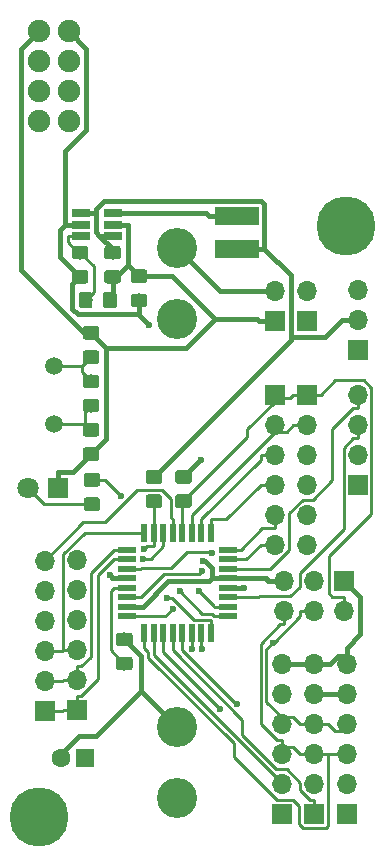
<source format=gbl>
G04 #@! TF.GenerationSoftware,KiCad,Pcbnew,5.0.2-bee76a0~70~ubuntu18.04.1*
G04 #@! TF.CreationDate,2019-01-08T13:34:53-05:00*
G04 #@! TF.ProjectId,samn_small,73616d6e-5f73-46d6-916c-6c2e6b696361,7*
G04 #@! TF.SameCoordinates,Original*
G04 #@! TF.FileFunction,Copper,L2,Bot*
G04 #@! TF.FilePolarity,Positive*
%FSLAX46Y46*%
G04 Gerber Fmt 4.6, Leading zero omitted, Abs format (unit mm)*
G04 Created by KiCad (PCBNEW 5.0.2-bee76a0~70~ubuntu18.04.1) date Tue 08 Jan 2019 01:34:53 PM EST*
%MOMM*%
%LPD*%
G01*
G04 APERTURE LIST*
G04 #@! TA.AperFunction,ComponentPad*
%ADD10O,1.700000X1.700000*%
G04 #@! TD*
G04 #@! TA.AperFunction,ComponentPad*
%ADD11R,1.700000X1.700000*%
G04 #@! TD*
G04 #@! TA.AperFunction,SMDPad,CuDef*
%ADD12R,3.700000X1.500000*%
G04 #@! TD*
G04 #@! TA.AperFunction,SMDPad,CuDef*
%ADD13R,0.550000X1.600000*%
G04 #@! TD*
G04 #@! TA.AperFunction,SMDPad,CuDef*
%ADD14R,1.600000X0.550000*%
G04 #@! TD*
G04 #@! TA.AperFunction,ComponentPad*
%ADD15C,1.900000*%
G04 #@! TD*
G04 #@! TA.AperFunction,Conductor*
%ADD16C,0.100000*%
G04 #@! TD*
G04 #@! TA.AperFunction,SMDPad,CuDef*
%ADD17C,1.150000*%
G04 #@! TD*
G04 #@! TA.AperFunction,ComponentPad*
%ADD18C,1.800000*%
G04 #@! TD*
G04 #@! TA.AperFunction,ComponentPad*
%ADD19R,1.800000X1.800000*%
G04 #@! TD*
G04 #@! TA.AperFunction,ComponentPad*
%ADD20C,3.400000*%
G04 #@! TD*
G04 #@! TA.AperFunction,ComponentPad*
%ADD21C,1.500000*%
G04 #@! TD*
G04 #@! TA.AperFunction,ComponentPad*
%ADD22C,1.600000*%
G04 #@! TD*
G04 #@! TA.AperFunction,ComponentPad*
%ADD23R,1.600000X1.600000*%
G04 #@! TD*
G04 #@! TA.AperFunction,SMDPad,CuDef*
%ADD24R,1.560000X0.650000*%
G04 #@! TD*
G04 #@! TA.AperFunction,ViaPad*
%ADD25C,5.000000*%
G04 #@! TD*
G04 #@! TA.AperFunction,ViaPad*
%ADD26C,0.600000*%
G04 #@! TD*
G04 #@! TA.AperFunction,Conductor*
%ADD27C,0.254000*%
G04 #@! TD*
G04 #@! TA.AperFunction,Conductor*
%ADD28C,0.420000*%
G04 #@! TD*
G04 APERTURE END LIST*
D10*
G04 #@! TO.P,J7,6*
G04 #@! TO.N,GND*
X61225400Y-74753200D03*
G04 #@! TO.P,J7,5*
G04 #@! TO.N,+3V3*
X61225400Y-77293200D03*
G04 #@! TO.P,J7,4*
G04 #@! TO.N,SCK*
X61225400Y-79833200D03*
G04 #@! TO.P,J7,3*
G04 #@! TO.N,MISO*
X61225400Y-82373200D03*
G04 #@! TO.P,J7,2*
G04 #@! TO.N,MOSI*
X61225400Y-84913200D03*
D11*
G04 #@! TO.P,J7,1*
G04 #@! TO.N,Net-(J7-Pad1)*
X61225400Y-87453200D03*
G04 #@! TD*
D10*
G04 #@! TO.P,J4,6*
G04 #@! TO.N,MISO*
X58666000Y-70240000D03*
G04 #@! TO.P,J4,5*
G04 #@! TO.N,+3V3*
X58666000Y-67700000D03*
G04 #@! TO.P,J4,4*
G04 #@! TO.N,SCK*
X61206000Y-70240000D03*
G04 #@! TO.P,J4,3*
G04 #@! TO.N,MOSI*
X61206000Y-67700000D03*
G04 #@! TO.P,J4,2*
G04 #@! TO.N,Reset*
X63746000Y-70240000D03*
D11*
G04 #@! TO.P,J4,1*
G04 #@! TO.N,GND*
X63746000Y-67700000D03*
G04 #@! TD*
D10*
G04 #@! TO.P,J12,4*
G04 #@! TO.N,Net-(J12-Pad4)*
X64900000Y-51950000D03*
G04 #@! TO.P,J12,3*
G04 #@! TO.N,Net-(J12-Pad3)*
X64900000Y-54490000D03*
G04 #@! TO.P,J12,2*
G04 #@! TO.N,Net-(J12-Pad2)*
X64900000Y-57030000D03*
D11*
G04 #@! TO.P,J12,1*
G04 #@! TO.N,Net-(J12-Pad1)*
X64900000Y-59570000D03*
G04 #@! TD*
D10*
G04 #@! TO.P,J11,2*
G04 #@! TO.N,Net-(J11-Pad2)*
X57900000Y-43160000D03*
D11*
G04 #@! TO.P,J11,1*
G04 #@! TO.N,GND*
X57900000Y-45700000D03*
G04 #@! TD*
D12*
G04 #@! TO.P,L1,2*
G04 #@! TO.N,Net-(L1-Pad2)*
X54650000Y-36800000D03*
G04 #@! TO.P,L1,1*
G04 #@! TO.N,+1V5*
X54650000Y-39600000D03*
G04 #@! TD*
D13*
G04 #@! TO.P,U2,32*
G04 #@! TO.N,Net-(J3-Pad4)*
X52450000Y-63650000D03*
G04 #@! TO.P,U2,31*
G04 #@! TO.N,Net-(J3-Pad3)*
X51650000Y-63650000D03*
G04 #@! TO.P,U2,30*
G04 #@! TO.N,Net-(J3-Pad2)*
X50850000Y-63650000D03*
G04 #@! TO.P,U2,29*
G04 #@! TO.N,Reset*
X50050000Y-63650000D03*
G04 #@! TO.P,U2,28*
G04 #@! TO.N,Net-(J1-Pad6)*
X49250000Y-63650000D03*
G04 #@! TO.P,U2,27*
G04 #@! TO.N,Net-(J1-Pad5)*
X48450000Y-63650000D03*
G04 #@! TO.P,U2,26*
G04 #@! TO.N,Net-(J1-Pad4)*
X47650000Y-63650000D03*
G04 #@! TO.P,U2,25*
G04 #@! TO.N,Net-(J1-Pad3)*
X46850000Y-63650000D03*
D14*
G04 #@! TO.P,U2,24*
G04 #@! TO.N,Net-(J1-Pad2)*
X45400000Y-65100000D03*
G04 #@! TO.P,U2,23*
G04 #@! TO.N,Net-(J1-Pad1)*
X45400000Y-65900000D03*
G04 #@! TO.P,U2,22*
G04 #@! TO.N,Net-(J12-Pad1)*
X45400000Y-66700000D03*
G04 #@! TO.P,U2,21*
G04 #@! TO.N,GND*
X45400000Y-67500000D03*
G04 #@! TO.P,U2,20*
G04 #@! TO.N,Net-(C3-Pad2)*
X45400000Y-68300000D03*
G04 #@! TO.P,U2,19*
G04 #@! TO.N,Net-(J12-Pad2)*
X45400000Y-69100000D03*
G04 #@! TO.P,U2,18*
G04 #@! TO.N,+3V3*
X45400000Y-69900000D03*
G04 #@! TO.P,U2,17*
G04 #@! TO.N,SCK*
X45400000Y-70700000D03*
D13*
G04 #@! TO.P,U2,16*
G04 #@! TO.N,MISO*
X46850000Y-72150000D03*
G04 #@! TO.P,U2,15*
G04 #@! TO.N,MOSI*
X47650000Y-72150000D03*
G04 #@! TO.P,U2,14*
G04 #@! TO.N,Net-(J8-Pad1)*
X48450000Y-72150000D03*
G04 #@! TO.P,U2,13*
G04 #@! TO.N,Net-(J7-Pad1)*
X49250000Y-72150000D03*
G04 #@! TO.P,U2,12*
G04 #@! TO.N,Net-(J6-Pad1)*
X50050000Y-72150000D03*
G04 #@! TO.P,U2,11*
G04 #@! TO.N,Net-(U2-Pad11)*
X50850000Y-72150000D03*
G04 #@! TO.P,U2,10*
G04 #@! TO.N,Net-(U2-Pad10)*
X51650000Y-72150000D03*
G04 #@! TO.P,U2,9*
G04 #@! TO.N,Net-(R4-Pad2)*
X52450000Y-72150000D03*
D14*
G04 #@! TO.P,U2,8*
G04 #@! TO.N,Net-(C6-Pad1)*
X53900000Y-70700000D03*
G04 #@! TO.P,U2,7*
G04 #@! TO.N,Net-(C5-Pad1)*
X53900000Y-69900000D03*
G04 #@! TO.P,U2,6*
G04 #@! TO.N,Net-(J12-Pad3)*
X53900000Y-69100000D03*
G04 #@! TO.P,U2,5*
G04 #@! TO.N,GND*
X53900000Y-68300000D03*
G04 #@! TO.P,U2,4*
G04 #@! TO.N,+3V3*
X53900000Y-67500000D03*
G04 #@! TO.P,U2,3*
G04 #@! TO.N,Net-(J12-Pad4)*
X53900000Y-66700000D03*
G04 #@! TO.P,U2,2*
G04 #@! TO.N,Net-(J3-Pad6)*
X53900000Y-65900000D03*
G04 #@! TO.P,U2,1*
G04 #@! TO.N,Net-(J3-Pad5)*
X53900000Y-65100000D03*
G04 #@! TD*
D10*
G04 #@! TO.P,J9,6*
G04 #@! TO.N,Net-(J3-Pad6)*
X57900000Y-64650000D03*
G04 #@! TO.P,J9,5*
G04 #@! TO.N,Net-(J3-Pad5)*
X57900000Y-62110000D03*
G04 #@! TO.P,J9,4*
G04 #@! TO.N,Net-(J3-Pad4)*
X57900000Y-59570000D03*
G04 #@! TO.P,J9,3*
G04 #@! TO.N,Net-(J3-Pad3)*
X57900000Y-57030000D03*
G04 #@! TO.P,J9,2*
G04 #@! TO.N,Net-(J3-Pad2)*
X57900000Y-54490000D03*
D11*
G04 #@! TO.P,J9,1*
G04 #@! TO.N,Reset*
X57900000Y-51950000D03*
G04 #@! TD*
D10*
G04 #@! TO.P,J10,6*
G04 #@! TO.N,Net-(J1-Pad6)*
X41150000Y-65987000D03*
G04 #@! TO.P,J10,5*
G04 #@! TO.N,Net-(J1-Pad5)*
X41150000Y-68527000D03*
G04 #@! TO.P,J10,4*
G04 #@! TO.N,Net-(J1-Pad4)*
X41150000Y-71067000D03*
G04 #@! TO.P,J10,3*
G04 #@! TO.N,Net-(J1-Pad3)*
X41150000Y-73607000D03*
G04 #@! TO.P,J10,2*
G04 #@! TO.N,Net-(J1-Pad2)*
X41150000Y-76147000D03*
D11*
G04 #@! TO.P,J10,1*
G04 #@! TO.N,Net-(J1-Pad1)*
X41150000Y-78687000D03*
G04 #@! TD*
D15*
G04 #@! TO.P,U3,1*
G04 #@! TO.N,GND*
X37900000Y-21200000D03*
G04 #@! TO.P,U3,2*
G04 #@! TO.N,+3V3*
X40440000Y-21200000D03*
G04 #@! TO.P,U3,3*
G04 #@! TO.N,Net-(U2-Pad10)*
X37900000Y-23740000D03*
G04 #@! TO.P,U3,4*
G04 #@! TO.N,Net-(U2-Pad11)*
X40440000Y-23740000D03*
G04 #@! TO.P,U3,5*
G04 #@! TO.N,SCK*
X37900000Y-26280000D03*
G04 #@! TO.P,U3,6*
G04 #@! TO.N,MOSI*
X40440000Y-26280000D03*
G04 #@! TO.P,U3,7*
G04 #@! TO.N,MISO*
X37900000Y-28820000D03*
G04 #@! TO.P,U3,8*
G04 #@! TO.N,Net-(J3-Pad4)*
X40440000Y-28820000D03*
G04 #@! TD*
D10*
G04 #@! TO.P,J2,2*
G04 #@! TO.N,Net-(J11-Pad2)*
X60650000Y-43160000D03*
D11*
G04 #@! TO.P,J2,1*
G04 #@! TO.N,GND*
X60650000Y-45700000D03*
G04 #@! TD*
D10*
G04 #@! TO.P,J6,6*
G04 #@! TO.N,GND*
X58475400Y-74753200D03*
G04 #@! TO.P,J6,5*
G04 #@! TO.N,+3V3*
X58475400Y-77293200D03*
G04 #@! TO.P,J6,4*
G04 #@! TO.N,SCK*
X58475400Y-79833200D03*
G04 #@! TO.P,J6,3*
G04 #@! TO.N,MISO*
X58475400Y-82373200D03*
G04 #@! TO.P,J6,2*
G04 #@! TO.N,MOSI*
X58475400Y-84913200D03*
D11*
G04 #@! TO.P,J6,1*
G04 #@! TO.N,Net-(J6-Pad1)*
X58475400Y-87453200D03*
G04 #@! TD*
D10*
G04 #@! TO.P,J8,6*
G04 #@! TO.N,GND*
X63975400Y-74753200D03*
G04 #@! TO.P,J8,5*
G04 #@! TO.N,+3V3*
X63975400Y-77293200D03*
G04 #@! TO.P,J8,4*
G04 #@! TO.N,SCK*
X63975400Y-79833200D03*
G04 #@! TO.P,J8,3*
G04 #@! TO.N,MISO*
X63975400Y-82373200D03*
G04 #@! TO.P,J8,2*
G04 #@! TO.N,MOSI*
X63975400Y-84913200D03*
D11*
G04 #@! TO.P,J8,1*
G04 #@! TO.N,Net-(J8-Pad1)*
X63975400Y-87453200D03*
G04 #@! TD*
D10*
G04 #@! TO.P,J5,3*
G04 #@! TO.N,Net-(J11-Pad2)*
X64900000Y-43120000D03*
G04 #@! TO.P,J5,2*
G04 #@! TO.N,+1V5*
X64900000Y-45660000D03*
D11*
G04 #@! TO.P,J5,1*
G04 #@! TO.N,Net-(J5-Pad1)*
X64900000Y-48200000D03*
G04 #@! TD*
D16*
G04 #@! TO.N,+1V5*
G04 #@! TO.C,R7*
G36*
X48124505Y-58351204D02*
X48148773Y-58354804D01*
X48172572Y-58360765D01*
X48195671Y-58369030D01*
X48217850Y-58379520D01*
X48238893Y-58392132D01*
X48258599Y-58406747D01*
X48276777Y-58423223D01*
X48293253Y-58441401D01*
X48307868Y-58461107D01*
X48320480Y-58482150D01*
X48330970Y-58504329D01*
X48339235Y-58527428D01*
X48345196Y-58551227D01*
X48348796Y-58575495D01*
X48350000Y-58599999D01*
X48350000Y-59250001D01*
X48348796Y-59274505D01*
X48345196Y-59298773D01*
X48339235Y-59322572D01*
X48330970Y-59345671D01*
X48320480Y-59367850D01*
X48307868Y-59388893D01*
X48293253Y-59408599D01*
X48276777Y-59426777D01*
X48258599Y-59443253D01*
X48238893Y-59457868D01*
X48217850Y-59470480D01*
X48195671Y-59480970D01*
X48172572Y-59489235D01*
X48148773Y-59495196D01*
X48124505Y-59498796D01*
X48100001Y-59500000D01*
X47199999Y-59500000D01*
X47175495Y-59498796D01*
X47151227Y-59495196D01*
X47127428Y-59489235D01*
X47104329Y-59480970D01*
X47082150Y-59470480D01*
X47061107Y-59457868D01*
X47041401Y-59443253D01*
X47023223Y-59426777D01*
X47006747Y-59408599D01*
X46992132Y-59388893D01*
X46979520Y-59367850D01*
X46969030Y-59345671D01*
X46960765Y-59322572D01*
X46954804Y-59298773D01*
X46951204Y-59274505D01*
X46950000Y-59250001D01*
X46950000Y-58599999D01*
X46951204Y-58575495D01*
X46954804Y-58551227D01*
X46960765Y-58527428D01*
X46969030Y-58504329D01*
X46979520Y-58482150D01*
X46992132Y-58461107D01*
X47006747Y-58441401D01*
X47023223Y-58423223D01*
X47041401Y-58406747D01*
X47061107Y-58392132D01*
X47082150Y-58379520D01*
X47104329Y-58369030D01*
X47127428Y-58360765D01*
X47151227Y-58354804D01*
X47175495Y-58351204D01*
X47199999Y-58350000D01*
X48100001Y-58350000D01*
X48124505Y-58351204D01*
X48124505Y-58351204D01*
G37*
D17*
G04 #@! TD*
G04 #@! TO.P,R7,2*
G04 #@! TO.N,+1V5*
X47650000Y-58925000D03*
D16*
G04 #@! TO.N,Net-(J1-Pad4)*
G04 #@! TO.C,R7*
G36*
X48124505Y-60401204D02*
X48148773Y-60404804D01*
X48172572Y-60410765D01*
X48195671Y-60419030D01*
X48217850Y-60429520D01*
X48238893Y-60442132D01*
X48258599Y-60456747D01*
X48276777Y-60473223D01*
X48293253Y-60491401D01*
X48307868Y-60511107D01*
X48320480Y-60532150D01*
X48330970Y-60554329D01*
X48339235Y-60577428D01*
X48345196Y-60601227D01*
X48348796Y-60625495D01*
X48350000Y-60649999D01*
X48350000Y-61300001D01*
X48348796Y-61324505D01*
X48345196Y-61348773D01*
X48339235Y-61372572D01*
X48330970Y-61395671D01*
X48320480Y-61417850D01*
X48307868Y-61438893D01*
X48293253Y-61458599D01*
X48276777Y-61476777D01*
X48258599Y-61493253D01*
X48238893Y-61507868D01*
X48217850Y-61520480D01*
X48195671Y-61530970D01*
X48172572Y-61539235D01*
X48148773Y-61545196D01*
X48124505Y-61548796D01*
X48100001Y-61550000D01*
X47199999Y-61550000D01*
X47175495Y-61548796D01*
X47151227Y-61545196D01*
X47127428Y-61539235D01*
X47104329Y-61530970D01*
X47082150Y-61520480D01*
X47061107Y-61507868D01*
X47041401Y-61493253D01*
X47023223Y-61476777D01*
X47006747Y-61458599D01*
X46992132Y-61438893D01*
X46979520Y-61417850D01*
X46969030Y-61395671D01*
X46960765Y-61372572D01*
X46954804Y-61348773D01*
X46951204Y-61324505D01*
X46950000Y-61300001D01*
X46950000Y-60649999D01*
X46951204Y-60625495D01*
X46954804Y-60601227D01*
X46960765Y-60577428D01*
X46969030Y-60554329D01*
X46979520Y-60532150D01*
X46992132Y-60511107D01*
X47006747Y-60491401D01*
X47023223Y-60473223D01*
X47041401Y-60456747D01*
X47061107Y-60442132D01*
X47082150Y-60429520D01*
X47104329Y-60419030D01*
X47127428Y-60410765D01*
X47151227Y-60404804D01*
X47175495Y-60401204D01*
X47199999Y-60400000D01*
X48100001Y-60400000D01*
X48124505Y-60401204D01*
X48124505Y-60401204D01*
G37*
D17*
G04 #@! TD*
G04 #@! TO.P,R7,1*
G04 #@! TO.N,Net-(J1-Pad4)*
X47650000Y-60975000D03*
D18*
G04 #@! TO.P,LED_I1,2*
G04 #@! TO.N,Net-(LED_I1-Pad2)*
X37035000Y-59875000D03*
D19*
G04 #@! TO.P,LED_I1,1*
G04 #@! TO.N,GND*
X39575000Y-59875000D03*
G04 #@! TD*
D20*
G04 #@! TO.P,V1,1*
G04 #@! TO.N,Net-(J11-Pad2)*
X49600000Y-39550000D03*
X49600000Y-45550000D03*
G04 #@! TO.P,V1,2*
G04 #@! TO.N,GND*
X49600000Y-80100000D03*
X49600000Y-86100000D03*
G04 #@! TD*
D21*
G04 #@! TO.P,Y1,2*
G04 #@! TO.N,Net-(C6-Pad1)*
X39175000Y-54410000D03*
G04 #@! TO.P,Y1,1*
G04 #@! TO.N,Net-(C5-Pad1)*
X39175000Y-49530000D03*
G04 #@! TD*
D16*
G04 #@! TO.N,+3V3*
G04 #@! TO.C,C2*
G36*
X46874505Y-43401204D02*
X46898773Y-43404804D01*
X46922572Y-43410765D01*
X46945671Y-43419030D01*
X46967850Y-43429520D01*
X46988893Y-43442132D01*
X47008599Y-43456747D01*
X47026777Y-43473223D01*
X47043253Y-43491401D01*
X47057868Y-43511107D01*
X47070480Y-43532150D01*
X47080970Y-43554329D01*
X47089235Y-43577428D01*
X47095196Y-43601227D01*
X47098796Y-43625495D01*
X47100000Y-43649999D01*
X47100000Y-44300001D01*
X47098796Y-44324505D01*
X47095196Y-44348773D01*
X47089235Y-44372572D01*
X47080970Y-44395671D01*
X47070480Y-44417850D01*
X47057868Y-44438893D01*
X47043253Y-44458599D01*
X47026777Y-44476777D01*
X47008599Y-44493253D01*
X46988893Y-44507868D01*
X46967850Y-44520480D01*
X46945671Y-44530970D01*
X46922572Y-44539235D01*
X46898773Y-44545196D01*
X46874505Y-44548796D01*
X46850001Y-44550000D01*
X45949999Y-44550000D01*
X45925495Y-44548796D01*
X45901227Y-44545196D01*
X45877428Y-44539235D01*
X45854329Y-44530970D01*
X45832150Y-44520480D01*
X45811107Y-44507868D01*
X45791401Y-44493253D01*
X45773223Y-44476777D01*
X45756747Y-44458599D01*
X45742132Y-44438893D01*
X45729520Y-44417850D01*
X45719030Y-44395671D01*
X45710765Y-44372572D01*
X45704804Y-44348773D01*
X45701204Y-44324505D01*
X45700000Y-44300001D01*
X45700000Y-43649999D01*
X45701204Y-43625495D01*
X45704804Y-43601227D01*
X45710765Y-43577428D01*
X45719030Y-43554329D01*
X45729520Y-43532150D01*
X45742132Y-43511107D01*
X45756747Y-43491401D01*
X45773223Y-43473223D01*
X45791401Y-43456747D01*
X45811107Y-43442132D01*
X45832150Y-43429520D01*
X45854329Y-43419030D01*
X45877428Y-43410765D01*
X45901227Y-43404804D01*
X45925495Y-43401204D01*
X45949999Y-43400000D01*
X46850001Y-43400000D01*
X46874505Y-43401204D01*
X46874505Y-43401204D01*
G37*
D17*
G04 #@! TD*
G04 #@! TO.P,C2,2*
G04 #@! TO.N,+3V3*
X46400000Y-43975000D03*
D16*
G04 #@! TO.N,GND*
G04 #@! TO.C,C2*
G36*
X46874505Y-41351204D02*
X46898773Y-41354804D01*
X46922572Y-41360765D01*
X46945671Y-41369030D01*
X46967850Y-41379520D01*
X46988893Y-41392132D01*
X47008599Y-41406747D01*
X47026777Y-41423223D01*
X47043253Y-41441401D01*
X47057868Y-41461107D01*
X47070480Y-41482150D01*
X47080970Y-41504329D01*
X47089235Y-41527428D01*
X47095196Y-41551227D01*
X47098796Y-41575495D01*
X47100000Y-41599999D01*
X47100000Y-42250001D01*
X47098796Y-42274505D01*
X47095196Y-42298773D01*
X47089235Y-42322572D01*
X47080970Y-42345671D01*
X47070480Y-42367850D01*
X47057868Y-42388893D01*
X47043253Y-42408599D01*
X47026777Y-42426777D01*
X47008599Y-42443253D01*
X46988893Y-42457868D01*
X46967850Y-42470480D01*
X46945671Y-42480970D01*
X46922572Y-42489235D01*
X46898773Y-42495196D01*
X46874505Y-42498796D01*
X46850001Y-42500000D01*
X45949999Y-42500000D01*
X45925495Y-42498796D01*
X45901227Y-42495196D01*
X45877428Y-42489235D01*
X45854329Y-42480970D01*
X45832150Y-42470480D01*
X45811107Y-42457868D01*
X45791401Y-42443253D01*
X45773223Y-42426777D01*
X45756747Y-42408599D01*
X45742132Y-42388893D01*
X45729520Y-42367850D01*
X45719030Y-42345671D01*
X45710765Y-42322572D01*
X45704804Y-42298773D01*
X45701204Y-42274505D01*
X45700000Y-42250001D01*
X45700000Y-41599999D01*
X45701204Y-41575495D01*
X45704804Y-41551227D01*
X45710765Y-41527428D01*
X45719030Y-41504329D01*
X45729520Y-41482150D01*
X45742132Y-41461107D01*
X45756747Y-41441401D01*
X45773223Y-41423223D01*
X45791401Y-41406747D01*
X45811107Y-41392132D01*
X45832150Y-41379520D01*
X45854329Y-41369030D01*
X45877428Y-41360765D01*
X45901227Y-41354804D01*
X45925495Y-41351204D01*
X45949999Y-41350000D01*
X46850001Y-41350000D01*
X46874505Y-41351204D01*
X46874505Y-41351204D01*
G37*
D17*
G04 #@! TD*
G04 #@! TO.P,C2,1*
G04 #@! TO.N,GND*
X46400000Y-41925000D03*
D16*
G04 #@! TO.N,Net-(C3-Pad2)*
G04 #@! TO.C,C3*
G36*
X45624505Y-74151204D02*
X45648773Y-74154804D01*
X45672572Y-74160765D01*
X45695671Y-74169030D01*
X45717850Y-74179520D01*
X45738893Y-74192132D01*
X45758599Y-74206747D01*
X45776777Y-74223223D01*
X45793253Y-74241401D01*
X45807868Y-74261107D01*
X45820480Y-74282150D01*
X45830970Y-74304329D01*
X45839235Y-74327428D01*
X45845196Y-74351227D01*
X45848796Y-74375495D01*
X45850000Y-74399999D01*
X45850000Y-75050001D01*
X45848796Y-75074505D01*
X45845196Y-75098773D01*
X45839235Y-75122572D01*
X45830970Y-75145671D01*
X45820480Y-75167850D01*
X45807868Y-75188893D01*
X45793253Y-75208599D01*
X45776777Y-75226777D01*
X45758599Y-75243253D01*
X45738893Y-75257868D01*
X45717850Y-75270480D01*
X45695671Y-75280970D01*
X45672572Y-75289235D01*
X45648773Y-75295196D01*
X45624505Y-75298796D01*
X45600001Y-75300000D01*
X44699999Y-75300000D01*
X44675495Y-75298796D01*
X44651227Y-75295196D01*
X44627428Y-75289235D01*
X44604329Y-75280970D01*
X44582150Y-75270480D01*
X44561107Y-75257868D01*
X44541401Y-75243253D01*
X44523223Y-75226777D01*
X44506747Y-75208599D01*
X44492132Y-75188893D01*
X44479520Y-75167850D01*
X44469030Y-75145671D01*
X44460765Y-75122572D01*
X44454804Y-75098773D01*
X44451204Y-75074505D01*
X44450000Y-75050001D01*
X44450000Y-74399999D01*
X44451204Y-74375495D01*
X44454804Y-74351227D01*
X44460765Y-74327428D01*
X44469030Y-74304329D01*
X44479520Y-74282150D01*
X44492132Y-74261107D01*
X44506747Y-74241401D01*
X44523223Y-74223223D01*
X44541401Y-74206747D01*
X44561107Y-74192132D01*
X44582150Y-74179520D01*
X44604329Y-74169030D01*
X44627428Y-74160765D01*
X44651227Y-74154804D01*
X44675495Y-74151204D01*
X44699999Y-74150000D01*
X45600001Y-74150000D01*
X45624505Y-74151204D01*
X45624505Y-74151204D01*
G37*
D17*
G04 #@! TD*
G04 #@! TO.P,C3,2*
G04 #@! TO.N,Net-(C3-Pad2)*
X45150000Y-74725000D03*
D16*
G04 #@! TO.N,GND*
G04 #@! TO.C,C3*
G36*
X45624505Y-72101204D02*
X45648773Y-72104804D01*
X45672572Y-72110765D01*
X45695671Y-72119030D01*
X45717850Y-72129520D01*
X45738893Y-72142132D01*
X45758599Y-72156747D01*
X45776777Y-72173223D01*
X45793253Y-72191401D01*
X45807868Y-72211107D01*
X45820480Y-72232150D01*
X45830970Y-72254329D01*
X45839235Y-72277428D01*
X45845196Y-72301227D01*
X45848796Y-72325495D01*
X45850000Y-72349999D01*
X45850000Y-73000001D01*
X45848796Y-73024505D01*
X45845196Y-73048773D01*
X45839235Y-73072572D01*
X45830970Y-73095671D01*
X45820480Y-73117850D01*
X45807868Y-73138893D01*
X45793253Y-73158599D01*
X45776777Y-73176777D01*
X45758599Y-73193253D01*
X45738893Y-73207868D01*
X45717850Y-73220480D01*
X45695671Y-73230970D01*
X45672572Y-73239235D01*
X45648773Y-73245196D01*
X45624505Y-73248796D01*
X45600001Y-73250000D01*
X44699999Y-73250000D01*
X44675495Y-73248796D01*
X44651227Y-73245196D01*
X44627428Y-73239235D01*
X44604329Y-73230970D01*
X44582150Y-73220480D01*
X44561107Y-73207868D01*
X44541401Y-73193253D01*
X44523223Y-73176777D01*
X44506747Y-73158599D01*
X44492132Y-73138893D01*
X44479520Y-73117850D01*
X44469030Y-73095671D01*
X44460765Y-73072572D01*
X44454804Y-73048773D01*
X44451204Y-73024505D01*
X44450000Y-73000001D01*
X44450000Y-72349999D01*
X44451204Y-72325495D01*
X44454804Y-72301227D01*
X44460765Y-72277428D01*
X44469030Y-72254329D01*
X44479520Y-72232150D01*
X44492132Y-72211107D01*
X44506747Y-72191401D01*
X44523223Y-72173223D01*
X44541401Y-72156747D01*
X44561107Y-72142132D01*
X44582150Y-72129520D01*
X44604329Y-72119030D01*
X44627428Y-72110765D01*
X44651227Y-72104804D01*
X44675495Y-72101204D01*
X44699999Y-72100000D01*
X45600001Y-72100000D01*
X45624505Y-72101204D01*
X45624505Y-72101204D01*
G37*
D17*
G04 #@! TD*
G04 #@! TO.P,C3,1*
G04 #@! TO.N,GND*
X45150000Y-72675000D03*
D16*
G04 #@! TO.N,GND*
G04 #@! TO.C,C5*
G36*
X42799505Y-46156204D02*
X42823773Y-46159804D01*
X42847572Y-46165765D01*
X42870671Y-46174030D01*
X42892850Y-46184520D01*
X42913893Y-46197132D01*
X42933599Y-46211747D01*
X42951777Y-46228223D01*
X42968253Y-46246401D01*
X42982868Y-46266107D01*
X42995480Y-46287150D01*
X43005970Y-46309329D01*
X43014235Y-46332428D01*
X43020196Y-46356227D01*
X43023796Y-46380495D01*
X43025000Y-46404999D01*
X43025000Y-47055001D01*
X43023796Y-47079505D01*
X43020196Y-47103773D01*
X43014235Y-47127572D01*
X43005970Y-47150671D01*
X42995480Y-47172850D01*
X42982868Y-47193893D01*
X42968253Y-47213599D01*
X42951777Y-47231777D01*
X42933599Y-47248253D01*
X42913893Y-47262868D01*
X42892850Y-47275480D01*
X42870671Y-47285970D01*
X42847572Y-47294235D01*
X42823773Y-47300196D01*
X42799505Y-47303796D01*
X42775001Y-47305000D01*
X41874999Y-47305000D01*
X41850495Y-47303796D01*
X41826227Y-47300196D01*
X41802428Y-47294235D01*
X41779329Y-47285970D01*
X41757150Y-47275480D01*
X41736107Y-47262868D01*
X41716401Y-47248253D01*
X41698223Y-47231777D01*
X41681747Y-47213599D01*
X41667132Y-47193893D01*
X41654520Y-47172850D01*
X41644030Y-47150671D01*
X41635765Y-47127572D01*
X41629804Y-47103773D01*
X41626204Y-47079505D01*
X41625000Y-47055001D01*
X41625000Y-46404999D01*
X41626204Y-46380495D01*
X41629804Y-46356227D01*
X41635765Y-46332428D01*
X41644030Y-46309329D01*
X41654520Y-46287150D01*
X41667132Y-46266107D01*
X41681747Y-46246401D01*
X41698223Y-46228223D01*
X41716401Y-46211747D01*
X41736107Y-46197132D01*
X41757150Y-46184520D01*
X41779329Y-46174030D01*
X41802428Y-46165765D01*
X41826227Y-46159804D01*
X41850495Y-46156204D01*
X41874999Y-46155000D01*
X42775001Y-46155000D01*
X42799505Y-46156204D01*
X42799505Y-46156204D01*
G37*
D17*
G04 #@! TD*
G04 #@! TO.P,C5,2*
G04 #@! TO.N,GND*
X42325000Y-46730000D03*
D16*
G04 #@! TO.N,Net-(C5-Pad1)*
G04 #@! TO.C,C5*
G36*
X42799505Y-48206204D02*
X42823773Y-48209804D01*
X42847572Y-48215765D01*
X42870671Y-48224030D01*
X42892850Y-48234520D01*
X42913893Y-48247132D01*
X42933599Y-48261747D01*
X42951777Y-48278223D01*
X42968253Y-48296401D01*
X42982868Y-48316107D01*
X42995480Y-48337150D01*
X43005970Y-48359329D01*
X43014235Y-48382428D01*
X43020196Y-48406227D01*
X43023796Y-48430495D01*
X43025000Y-48454999D01*
X43025000Y-49105001D01*
X43023796Y-49129505D01*
X43020196Y-49153773D01*
X43014235Y-49177572D01*
X43005970Y-49200671D01*
X42995480Y-49222850D01*
X42982868Y-49243893D01*
X42968253Y-49263599D01*
X42951777Y-49281777D01*
X42933599Y-49298253D01*
X42913893Y-49312868D01*
X42892850Y-49325480D01*
X42870671Y-49335970D01*
X42847572Y-49344235D01*
X42823773Y-49350196D01*
X42799505Y-49353796D01*
X42775001Y-49355000D01*
X41874999Y-49355000D01*
X41850495Y-49353796D01*
X41826227Y-49350196D01*
X41802428Y-49344235D01*
X41779329Y-49335970D01*
X41757150Y-49325480D01*
X41736107Y-49312868D01*
X41716401Y-49298253D01*
X41698223Y-49281777D01*
X41681747Y-49263599D01*
X41667132Y-49243893D01*
X41654520Y-49222850D01*
X41644030Y-49200671D01*
X41635765Y-49177572D01*
X41629804Y-49153773D01*
X41626204Y-49129505D01*
X41625000Y-49105001D01*
X41625000Y-48454999D01*
X41626204Y-48430495D01*
X41629804Y-48406227D01*
X41635765Y-48382428D01*
X41644030Y-48359329D01*
X41654520Y-48337150D01*
X41667132Y-48316107D01*
X41681747Y-48296401D01*
X41698223Y-48278223D01*
X41716401Y-48261747D01*
X41736107Y-48247132D01*
X41757150Y-48234520D01*
X41779329Y-48224030D01*
X41802428Y-48215765D01*
X41826227Y-48209804D01*
X41850495Y-48206204D01*
X41874999Y-48205000D01*
X42775001Y-48205000D01*
X42799505Y-48206204D01*
X42799505Y-48206204D01*
G37*
D17*
G04 #@! TD*
G04 #@! TO.P,C5,1*
G04 #@! TO.N,Net-(C5-Pad1)*
X42325000Y-48780000D03*
D16*
G04 #@! TO.N,GND*
G04 #@! TO.C,C6*
G36*
X42799505Y-56406204D02*
X42823773Y-56409804D01*
X42847572Y-56415765D01*
X42870671Y-56424030D01*
X42892850Y-56434520D01*
X42913893Y-56447132D01*
X42933599Y-56461747D01*
X42951777Y-56478223D01*
X42968253Y-56496401D01*
X42982868Y-56516107D01*
X42995480Y-56537150D01*
X43005970Y-56559329D01*
X43014235Y-56582428D01*
X43020196Y-56606227D01*
X43023796Y-56630495D01*
X43025000Y-56654999D01*
X43025000Y-57305001D01*
X43023796Y-57329505D01*
X43020196Y-57353773D01*
X43014235Y-57377572D01*
X43005970Y-57400671D01*
X42995480Y-57422850D01*
X42982868Y-57443893D01*
X42968253Y-57463599D01*
X42951777Y-57481777D01*
X42933599Y-57498253D01*
X42913893Y-57512868D01*
X42892850Y-57525480D01*
X42870671Y-57535970D01*
X42847572Y-57544235D01*
X42823773Y-57550196D01*
X42799505Y-57553796D01*
X42775001Y-57555000D01*
X41874999Y-57555000D01*
X41850495Y-57553796D01*
X41826227Y-57550196D01*
X41802428Y-57544235D01*
X41779329Y-57535970D01*
X41757150Y-57525480D01*
X41736107Y-57512868D01*
X41716401Y-57498253D01*
X41698223Y-57481777D01*
X41681747Y-57463599D01*
X41667132Y-57443893D01*
X41654520Y-57422850D01*
X41644030Y-57400671D01*
X41635765Y-57377572D01*
X41629804Y-57353773D01*
X41626204Y-57329505D01*
X41625000Y-57305001D01*
X41625000Y-56654999D01*
X41626204Y-56630495D01*
X41629804Y-56606227D01*
X41635765Y-56582428D01*
X41644030Y-56559329D01*
X41654520Y-56537150D01*
X41667132Y-56516107D01*
X41681747Y-56496401D01*
X41698223Y-56478223D01*
X41716401Y-56461747D01*
X41736107Y-56447132D01*
X41757150Y-56434520D01*
X41779329Y-56424030D01*
X41802428Y-56415765D01*
X41826227Y-56409804D01*
X41850495Y-56406204D01*
X41874999Y-56405000D01*
X42775001Y-56405000D01*
X42799505Y-56406204D01*
X42799505Y-56406204D01*
G37*
D17*
G04 #@! TD*
G04 #@! TO.P,C6,2*
G04 #@! TO.N,GND*
X42325000Y-56980000D03*
D16*
G04 #@! TO.N,Net-(C6-Pad1)*
G04 #@! TO.C,C6*
G36*
X42799505Y-54356204D02*
X42823773Y-54359804D01*
X42847572Y-54365765D01*
X42870671Y-54374030D01*
X42892850Y-54384520D01*
X42913893Y-54397132D01*
X42933599Y-54411747D01*
X42951777Y-54428223D01*
X42968253Y-54446401D01*
X42982868Y-54466107D01*
X42995480Y-54487150D01*
X43005970Y-54509329D01*
X43014235Y-54532428D01*
X43020196Y-54556227D01*
X43023796Y-54580495D01*
X43025000Y-54604999D01*
X43025000Y-55255001D01*
X43023796Y-55279505D01*
X43020196Y-55303773D01*
X43014235Y-55327572D01*
X43005970Y-55350671D01*
X42995480Y-55372850D01*
X42982868Y-55393893D01*
X42968253Y-55413599D01*
X42951777Y-55431777D01*
X42933599Y-55448253D01*
X42913893Y-55462868D01*
X42892850Y-55475480D01*
X42870671Y-55485970D01*
X42847572Y-55494235D01*
X42823773Y-55500196D01*
X42799505Y-55503796D01*
X42775001Y-55505000D01*
X41874999Y-55505000D01*
X41850495Y-55503796D01*
X41826227Y-55500196D01*
X41802428Y-55494235D01*
X41779329Y-55485970D01*
X41757150Y-55475480D01*
X41736107Y-55462868D01*
X41716401Y-55448253D01*
X41698223Y-55431777D01*
X41681747Y-55413599D01*
X41667132Y-55393893D01*
X41654520Y-55372850D01*
X41644030Y-55350671D01*
X41635765Y-55327572D01*
X41629804Y-55303773D01*
X41626204Y-55279505D01*
X41625000Y-55255001D01*
X41625000Y-54604999D01*
X41626204Y-54580495D01*
X41629804Y-54556227D01*
X41635765Y-54532428D01*
X41644030Y-54509329D01*
X41654520Y-54487150D01*
X41667132Y-54466107D01*
X41681747Y-54446401D01*
X41698223Y-54428223D01*
X41716401Y-54411747D01*
X41736107Y-54397132D01*
X41757150Y-54384520D01*
X41779329Y-54374030D01*
X41802428Y-54365765D01*
X41826227Y-54359804D01*
X41850495Y-54356204D01*
X41874999Y-54355000D01*
X42775001Y-54355000D01*
X42799505Y-54356204D01*
X42799505Y-54356204D01*
G37*
D17*
G04 #@! TD*
G04 #@! TO.P,C6,1*
G04 #@! TO.N,Net-(C6-Pad1)*
X42325000Y-54930000D03*
D16*
G04 #@! TO.N,GND*
G04 #@! TO.C,C1*
G36*
X44624505Y-41401204D02*
X44648773Y-41404804D01*
X44672572Y-41410765D01*
X44695671Y-41419030D01*
X44717850Y-41429520D01*
X44738893Y-41442132D01*
X44758599Y-41456747D01*
X44776777Y-41473223D01*
X44793253Y-41491401D01*
X44807868Y-41511107D01*
X44820480Y-41532150D01*
X44830970Y-41554329D01*
X44839235Y-41577428D01*
X44845196Y-41601227D01*
X44848796Y-41625495D01*
X44850000Y-41649999D01*
X44850000Y-42300001D01*
X44848796Y-42324505D01*
X44845196Y-42348773D01*
X44839235Y-42372572D01*
X44830970Y-42395671D01*
X44820480Y-42417850D01*
X44807868Y-42438893D01*
X44793253Y-42458599D01*
X44776777Y-42476777D01*
X44758599Y-42493253D01*
X44738893Y-42507868D01*
X44717850Y-42520480D01*
X44695671Y-42530970D01*
X44672572Y-42539235D01*
X44648773Y-42545196D01*
X44624505Y-42548796D01*
X44600001Y-42550000D01*
X43699999Y-42550000D01*
X43675495Y-42548796D01*
X43651227Y-42545196D01*
X43627428Y-42539235D01*
X43604329Y-42530970D01*
X43582150Y-42520480D01*
X43561107Y-42507868D01*
X43541401Y-42493253D01*
X43523223Y-42476777D01*
X43506747Y-42458599D01*
X43492132Y-42438893D01*
X43479520Y-42417850D01*
X43469030Y-42395671D01*
X43460765Y-42372572D01*
X43454804Y-42348773D01*
X43451204Y-42324505D01*
X43450000Y-42300001D01*
X43450000Y-41649999D01*
X43451204Y-41625495D01*
X43454804Y-41601227D01*
X43460765Y-41577428D01*
X43469030Y-41554329D01*
X43479520Y-41532150D01*
X43492132Y-41511107D01*
X43506747Y-41491401D01*
X43523223Y-41473223D01*
X43541401Y-41456747D01*
X43561107Y-41442132D01*
X43582150Y-41429520D01*
X43604329Y-41419030D01*
X43627428Y-41410765D01*
X43651227Y-41404804D01*
X43675495Y-41401204D01*
X43699999Y-41400000D01*
X44600001Y-41400000D01*
X44624505Y-41401204D01*
X44624505Y-41401204D01*
G37*
D17*
G04 #@! TD*
G04 #@! TO.P,C1,2*
G04 #@! TO.N,GND*
X44150000Y-41975000D03*
D16*
G04 #@! TO.N,+1V5*
G04 #@! TO.C,C1*
G36*
X44624505Y-39351204D02*
X44648773Y-39354804D01*
X44672572Y-39360765D01*
X44695671Y-39369030D01*
X44717850Y-39379520D01*
X44738893Y-39392132D01*
X44758599Y-39406747D01*
X44776777Y-39423223D01*
X44793253Y-39441401D01*
X44807868Y-39461107D01*
X44820480Y-39482150D01*
X44830970Y-39504329D01*
X44839235Y-39527428D01*
X44845196Y-39551227D01*
X44848796Y-39575495D01*
X44850000Y-39599999D01*
X44850000Y-40250001D01*
X44848796Y-40274505D01*
X44845196Y-40298773D01*
X44839235Y-40322572D01*
X44830970Y-40345671D01*
X44820480Y-40367850D01*
X44807868Y-40388893D01*
X44793253Y-40408599D01*
X44776777Y-40426777D01*
X44758599Y-40443253D01*
X44738893Y-40457868D01*
X44717850Y-40470480D01*
X44695671Y-40480970D01*
X44672572Y-40489235D01*
X44648773Y-40495196D01*
X44624505Y-40498796D01*
X44600001Y-40500000D01*
X43699999Y-40500000D01*
X43675495Y-40498796D01*
X43651227Y-40495196D01*
X43627428Y-40489235D01*
X43604329Y-40480970D01*
X43582150Y-40470480D01*
X43561107Y-40457868D01*
X43541401Y-40443253D01*
X43523223Y-40426777D01*
X43506747Y-40408599D01*
X43492132Y-40388893D01*
X43479520Y-40367850D01*
X43469030Y-40345671D01*
X43460765Y-40322572D01*
X43454804Y-40298773D01*
X43451204Y-40274505D01*
X43450000Y-40250001D01*
X43450000Y-39599999D01*
X43451204Y-39575495D01*
X43454804Y-39551227D01*
X43460765Y-39527428D01*
X43469030Y-39504329D01*
X43479520Y-39482150D01*
X43492132Y-39461107D01*
X43506747Y-39441401D01*
X43523223Y-39423223D01*
X43541401Y-39406747D01*
X43561107Y-39392132D01*
X43582150Y-39379520D01*
X43604329Y-39369030D01*
X43627428Y-39360765D01*
X43651227Y-39354804D01*
X43675495Y-39351204D01*
X43699999Y-39350000D01*
X44600001Y-39350000D01*
X44624505Y-39351204D01*
X44624505Y-39351204D01*
G37*
D17*
G04 #@! TD*
G04 #@! TO.P,C1,1*
G04 #@! TO.N,+1V5*
X44150000Y-39925000D03*
D22*
G04 #@! TO.P,C4,2*
G04 #@! TO.N,GND*
X39800000Y-82700000D03*
D23*
G04 #@! TO.P,C4,1*
G04 #@! TO.N,+3V3*
X41800000Y-82700000D03*
G04 #@! TD*
D10*
G04 #@! TO.P,J1,6*
G04 #@! TO.N,Net-(J1-Pad6)*
X38463000Y-66000000D03*
G04 #@! TO.P,J1,5*
G04 #@! TO.N,Net-(J1-Pad5)*
X38463000Y-68540000D03*
G04 #@! TO.P,J1,4*
G04 #@! TO.N,Net-(J1-Pad4)*
X38463000Y-71080000D03*
G04 #@! TO.P,J1,3*
G04 #@! TO.N,Net-(J1-Pad3)*
X38463000Y-73620000D03*
G04 #@! TO.P,J1,2*
G04 #@! TO.N,Net-(J1-Pad2)*
X38463000Y-76160000D03*
D11*
G04 #@! TO.P,J1,1*
G04 #@! TO.N,Net-(J1-Pad1)*
X38463000Y-78700000D03*
G04 #@! TD*
D10*
G04 #@! TO.P,J3,6*
G04 #@! TO.N,Net-(J3-Pad6)*
X60650000Y-64650000D03*
G04 #@! TO.P,J3,5*
G04 #@! TO.N,Net-(J3-Pad5)*
X60650000Y-62110000D03*
G04 #@! TO.P,J3,4*
G04 #@! TO.N,Net-(J3-Pad4)*
X60650000Y-59570000D03*
G04 #@! TO.P,J3,3*
G04 #@! TO.N,Net-(J3-Pad3)*
X60650000Y-57030000D03*
G04 #@! TO.P,J3,2*
G04 #@! TO.N,Net-(J3-Pad2)*
X60650000Y-54490000D03*
D11*
G04 #@! TO.P,J3,1*
G04 #@! TO.N,Reset*
X60650000Y-51950000D03*
G04 #@! TD*
D24*
G04 #@! TO.P,U1,5*
G04 #@! TO.N,+3V3*
X41453200Y-37567800D03*
G04 #@! TO.P,U1,6*
G04 #@! TO.N,+1V5*
X41453200Y-36617800D03*
G04 #@! TO.P,U1,4*
G04 #@! TO.N,Net-(R1-Pad2)*
X41453200Y-38517800D03*
G04 #@! TO.P,U1,3*
G04 #@! TO.N,+1V5*
X44153200Y-38517800D03*
G04 #@! TO.P,U1,2*
G04 #@! TO.N,GND*
X44153200Y-37567800D03*
G04 #@! TO.P,U1,1*
G04 #@! TO.N,Net-(L1-Pad2)*
X44153200Y-36617800D03*
G04 #@! TD*
D16*
G04 #@! TO.N,Net-(R4-Pad2)*
G04 #@! TO.C,R4*
G36*
X42874505Y-58601204D02*
X42898773Y-58604804D01*
X42922572Y-58610765D01*
X42945671Y-58619030D01*
X42967850Y-58629520D01*
X42988893Y-58642132D01*
X43008599Y-58656747D01*
X43026777Y-58673223D01*
X43043253Y-58691401D01*
X43057868Y-58711107D01*
X43070480Y-58732150D01*
X43080970Y-58754329D01*
X43089235Y-58777428D01*
X43095196Y-58801227D01*
X43098796Y-58825495D01*
X43100000Y-58849999D01*
X43100000Y-59500001D01*
X43098796Y-59524505D01*
X43095196Y-59548773D01*
X43089235Y-59572572D01*
X43080970Y-59595671D01*
X43070480Y-59617850D01*
X43057868Y-59638893D01*
X43043253Y-59658599D01*
X43026777Y-59676777D01*
X43008599Y-59693253D01*
X42988893Y-59707868D01*
X42967850Y-59720480D01*
X42945671Y-59730970D01*
X42922572Y-59739235D01*
X42898773Y-59745196D01*
X42874505Y-59748796D01*
X42850001Y-59750000D01*
X41949999Y-59750000D01*
X41925495Y-59748796D01*
X41901227Y-59745196D01*
X41877428Y-59739235D01*
X41854329Y-59730970D01*
X41832150Y-59720480D01*
X41811107Y-59707868D01*
X41791401Y-59693253D01*
X41773223Y-59676777D01*
X41756747Y-59658599D01*
X41742132Y-59638893D01*
X41729520Y-59617850D01*
X41719030Y-59595671D01*
X41710765Y-59572572D01*
X41704804Y-59548773D01*
X41701204Y-59524505D01*
X41700000Y-59500001D01*
X41700000Y-58849999D01*
X41701204Y-58825495D01*
X41704804Y-58801227D01*
X41710765Y-58777428D01*
X41719030Y-58754329D01*
X41729520Y-58732150D01*
X41742132Y-58711107D01*
X41756747Y-58691401D01*
X41773223Y-58673223D01*
X41791401Y-58656747D01*
X41811107Y-58642132D01*
X41832150Y-58629520D01*
X41854329Y-58619030D01*
X41877428Y-58610765D01*
X41901227Y-58604804D01*
X41925495Y-58601204D01*
X41949999Y-58600000D01*
X42850001Y-58600000D01*
X42874505Y-58601204D01*
X42874505Y-58601204D01*
G37*
D17*
G04 #@! TD*
G04 #@! TO.P,R4,2*
G04 #@! TO.N,Net-(R4-Pad2)*
X42400000Y-59175000D03*
D16*
G04 #@! TO.N,Net-(LED_I1-Pad2)*
G04 #@! TO.C,R4*
G36*
X42874505Y-60651204D02*
X42898773Y-60654804D01*
X42922572Y-60660765D01*
X42945671Y-60669030D01*
X42967850Y-60679520D01*
X42988893Y-60692132D01*
X43008599Y-60706747D01*
X43026777Y-60723223D01*
X43043253Y-60741401D01*
X43057868Y-60761107D01*
X43070480Y-60782150D01*
X43080970Y-60804329D01*
X43089235Y-60827428D01*
X43095196Y-60851227D01*
X43098796Y-60875495D01*
X43100000Y-60899999D01*
X43100000Y-61550001D01*
X43098796Y-61574505D01*
X43095196Y-61598773D01*
X43089235Y-61622572D01*
X43080970Y-61645671D01*
X43070480Y-61667850D01*
X43057868Y-61688893D01*
X43043253Y-61708599D01*
X43026777Y-61726777D01*
X43008599Y-61743253D01*
X42988893Y-61757868D01*
X42967850Y-61770480D01*
X42945671Y-61780970D01*
X42922572Y-61789235D01*
X42898773Y-61795196D01*
X42874505Y-61798796D01*
X42850001Y-61800000D01*
X41949999Y-61800000D01*
X41925495Y-61798796D01*
X41901227Y-61795196D01*
X41877428Y-61789235D01*
X41854329Y-61780970D01*
X41832150Y-61770480D01*
X41811107Y-61757868D01*
X41791401Y-61743253D01*
X41773223Y-61726777D01*
X41756747Y-61708599D01*
X41742132Y-61688893D01*
X41729520Y-61667850D01*
X41719030Y-61645671D01*
X41710765Y-61622572D01*
X41704804Y-61598773D01*
X41701204Y-61574505D01*
X41700000Y-61550001D01*
X41700000Y-60899999D01*
X41701204Y-60875495D01*
X41704804Y-60851227D01*
X41710765Y-60827428D01*
X41719030Y-60804329D01*
X41729520Y-60782150D01*
X41742132Y-60761107D01*
X41756747Y-60741401D01*
X41773223Y-60723223D01*
X41791401Y-60706747D01*
X41811107Y-60692132D01*
X41832150Y-60679520D01*
X41854329Y-60669030D01*
X41877428Y-60660765D01*
X41901227Y-60654804D01*
X41925495Y-60651204D01*
X41949999Y-60650000D01*
X42850001Y-60650000D01*
X42874505Y-60651204D01*
X42874505Y-60651204D01*
G37*
D17*
G04 #@! TD*
G04 #@! TO.P,R4,1*
G04 #@! TO.N,Net-(LED_I1-Pad2)*
X42400000Y-61225000D03*
D16*
G04 #@! TO.N,Net-(R1-Pad2)*
G04 #@! TO.C,R1*
G36*
X41874505Y-39351204D02*
X41898773Y-39354804D01*
X41922572Y-39360765D01*
X41945671Y-39369030D01*
X41967850Y-39379520D01*
X41988893Y-39392132D01*
X42008599Y-39406747D01*
X42026777Y-39423223D01*
X42043253Y-39441401D01*
X42057868Y-39461107D01*
X42070480Y-39482150D01*
X42080970Y-39504329D01*
X42089235Y-39527428D01*
X42095196Y-39551227D01*
X42098796Y-39575495D01*
X42100000Y-39599999D01*
X42100000Y-40250001D01*
X42098796Y-40274505D01*
X42095196Y-40298773D01*
X42089235Y-40322572D01*
X42080970Y-40345671D01*
X42070480Y-40367850D01*
X42057868Y-40388893D01*
X42043253Y-40408599D01*
X42026777Y-40426777D01*
X42008599Y-40443253D01*
X41988893Y-40457868D01*
X41967850Y-40470480D01*
X41945671Y-40480970D01*
X41922572Y-40489235D01*
X41898773Y-40495196D01*
X41874505Y-40498796D01*
X41850001Y-40500000D01*
X40949999Y-40500000D01*
X40925495Y-40498796D01*
X40901227Y-40495196D01*
X40877428Y-40489235D01*
X40854329Y-40480970D01*
X40832150Y-40470480D01*
X40811107Y-40457868D01*
X40791401Y-40443253D01*
X40773223Y-40426777D01*
X40756747Y-40408599D01*
X40742132Y-40388893D01*
X40729520Y-40367850D01*
X40719030Y-40345671D01*
X40710765Y-40322572D01*
X40704804Y-40298773D01*
X40701204Y-40274505D01*
X40700000Y-40250001D01*
X40700000Y-39599999D01*
X40701204Y-39575495D01*
X40704804Y-39551227D01*
X40710765Y-39527428D01*
X40719030Y-39504329D01*
X40729520Y-39482150D01*
X40742132Y-39461107D01*
X40756747Y-39441401D01*
X40773223Y-39423223D01*
X40791401Y-39406747D01*
X40811107Y-39392132D01*
X40832150Y-39379520D01*
X40854329Y-39369030D01*
X40877428Y-39360765D01*
X40901227Y-39354804D01*
X40925495Y-39351204D01*
X40949999Y-39350000D01*
X41850001Y-39350000D01*
X41874505Y-39351204D01*
X41874505Y-39351204D01*
G37*
D17*
G04 #@! TD*
G04 #@! TO.P,R1,2*
G04 #@! TO.N,Net-(R1-Pad2)*
X41400000Y-39925000D03*
D16*
G04 #@! TO.N,+3V3*
G04 #@! TO.C,R1*
G36*
X41874505Y-41401204D02*
X41898773Y-41404804D01*
X41922572Y-41410765D01*
X41945671Y-41419030D01*
X41967850Y-41429520D01*
X41988893Y-41442132D01*
X42008599Y-41456747D01*
X42026777Y-41473223D01*
X42043253Y-41491401D01*
X42057868Y-41511107D01*
X42070480Y-41532150D01*
X42080970Y-41554329D01*
X42089235Y-41577428D01*
X42095196Y-41601227D01*
X42098796Y-41625495D01*
X42100000Y-41649999D01*
X42100000Y-42300001D01*
X42098796Y-42324505D01*
X42095196Y-42348773D01*
X42089235Y-42372572D01*
X42080970Y-42395671D01*
X42070480Y-42417850D01*
X42057868Y-42438893D01*
X42043253Y-42458599D01*
X42026777Y-42476777D01*
X42008599Y-42493253D01*
X41988893Y-42507868D01*
X41967850Y-42520480D01*
X41945671Y-42530970D01*
X41922572Y-42539235D01*
X41898773Y-42545196D01*
X41874505Y-42548796D01*
X41850001Y-42550000D01*
X40949999Y-42550000D01*
X40925495Y-42548796D01*
X40901227Y-42545196D01*
X40877428Y-42539235D01*
X40854329Y-42530970D01*
X40832150Y-42520480D01*
X40811107Y-42507868D01*
X40791401Y-42493253D01*
X40773223Y-42476777D01*
X40756747Y-42458599D01*
X40742132Y-42438893D01*
X40729520Y-42417850D01*
X40719030Y-42395671D01*
X40710765Y-42372572D01*
X40704804Y-42348773D01*
X40701204Y-42324505D01*
X40700000Y-42300001D01*
X40700000Y-41649999D01*
X40701204Y-41625495D01*
X40704804Y-41601227D01*
X40710765Y-41577428D01*
X40719030Y-41554329D01*
X40729520Y-41532150D01*
X40742132Y-41511107D01*
X40756747Y-41491401D01*
X40773223Y-41473223D01*
X40791401Y-41456747D01*
X40811107Y-41442132D01*
X40832150Y-41429520D01*
X40854329Y-41419030D01*
X40877428Y-41410765D01*
X40901227Y-41404804D01*
X40925495Y-41401204D01*
X40949999Y-41400000D01*
X41850001Y-41400000D01*
X41874505Y-41401204D01*
X41874505Y-41401204D01*
G37*
D17*
G04 #@! TD*
G04 #@! TO.P,R1,1*
G04 #@! TO.N,+3V3*
X41400000Y-41975000D03*
D16*
G04 #@! TO.N,GND*
G04 #@! TO.C,R2*
G36*
X44274505Y-43251204D02*
X44298773Y-43254804D01*
X44322572Y-43260765D01*
X44345671Y-43269030D01*
X44367850Y-43279520D01*
X44388893Y-43292132D01*
X44408599Y-43306747D01*
X44426777Y-43323223D01*
X44443253Y-43341401D01*
X44457868Y-43361107D01*
X44470480Y-43382150D01*
X44480970Y-43404329D01*
X44489235Y-43427428D01*
X44495196Y-43451227D01*
X44498796Y-43475495D01*
X44500000Y-43499999D01*
X44500000Y-44400001D01*
X44498796Y-44424505D01*
X44495196Y-44448773D01*
X44489235Y-44472572D01*
X44480970Y-44495671D01*
X44470480Y-44517850D01*
X44457868Y-44538893D01*
X44443253Y-44558599D01*
X44426777Y-44576777D01*
X44408599Y-44593253D01*
X44388893Y-44607868D01*
X44367850Y-44620480D01*
X44345671Y-44630970D01*
X44322572Y-44639235D01*
X44298773Y-44645196D01*
X44274505Y-44648796D01*
X44250001Y-44650000D01*
X43599999Y-44650000D01*
X43575495Y-44648796D01*
X43551227Y-44645196D01*
X43527428Y-44639235D01*
X43504329Y-44630970D01*
X43482150Y-44620480D01*
X43461107Y-44607868D01*
X43441401Y-44593253D01*
X43423223Y-44576777D01*
X43406747Y-44558599D01*
X43392132Y-44538893D01*
X43379520Y-44517850D01*
X43369030Y-44495671D01*
X43360765Y-44472572D01*
X43354804Y-44448773D01*
X43351204Y-44424505D01*
X43350000Y-44400001D01*
X43350000Y-43499999D01*
X43351204Y-43475495D01*
X43354804Y-43451227D01*
X43360765Y-43427428D01*
X43369030Y-43404329D01*
X43379520Y-43382150D01*
X43392132Y-43361107D01*
X43406747Y-43341401D01*
X43423223Y-43323223D01*
X43441401Y-43306747D01*
X43461107Y-43292132D01*
X43482150Y-43279520D01*
X43504329Y-43269030D01*
X43527428Y-43260765D01*
X43551227Y-43254804D01*
X43575495Y-43251204D01*
X43599999Y-43250000D01*
X44250001Y-43250000D01*
X44274505Y-43251204D01*
X44274505Y-43251204D01*
G37*
D17*
G04 #@! TD*
G04 #@! TO.P,R2,2*
G04 #@! TO.N,GND*
X43925000Y-43950000D03*
D16*
G04 #@! TO.N,Net-(R1-Pad2)*
G04 #@! TO.C,R2*
G36*
X42224505Y-43251204D02*
X42248773Y-43254804D01*
X42272572Y-43260765D01*
X42295671Y-43269030D01*
X42317850Y-43279520D01*
X42338893Y-43292132D01*
X42358599Y-43306747D01*
X42376777Y-43323223D01*
X42393253Y-43341401D01*
X42407868Y-43361107D01*
X42420480Y-43382150D01*
X42430970Y-43404329D01*
X42439235Y-43427428D01*
X42445196Y-43451227D01*
X42448796Y-43475495D01*
X42450000Y-43499999D01*
X42450000Y-44400001D01*
X42448796Y-44424505D01*
X42445196Y-44448773D01*
X42439235Y-44472572D01*
X42430970Y-44495671D01*
X42420480Y-44517850D01*
X42407868Y-44538893D01*
X42393253Y-44558599D01*
X42376777Y-44576777D01*
X42358599Y-44593253D01*
X42338893Y-44607868D01*
X42317850Y-44620480D01*
X42295671Y-44630970D01*
X42272572Y-44639235D01*
X42248773Y-44645196D01*
X42224505Y-44648796D01*
X42200001Y-44650000D01*
X41549999Y-44650000D01*
X41525495Y-44648796D01*
X41501227Y-44645196D01*
X41477428Y-44639235D01*
X41454329Y-44630970D01*
X41432150Y-44620480D01*
X41411107Y-44607868D01*
X41391401Y-44593253D01*
X41373223Y-44576777D01*
X41356747Y-44558599D01*
X41342132Y-44538893D01*
X41329520Y-44517850D01*
X41319030Y-44495671D01*
X41310765Y-44472572D01*
X41304804Y-44448773D01*
X41301204Y-44424505D01*
X41300000Y-44400001D01*
X41300000Y-43499999D01*
X41301204Y-43475495D01*
X41304804Y-43451227D01*
X41310765Y-43427428D01*
X41319030Y-43404329D01*
X41329520Y-43382150D01*
X41342132Y-43361107D01*
X41356747Y-43341401D01*
X41373223Y-43323223D01*
X41391401Y-43306747D01*
X41411107Y-43292132D01*
X41432150Y-43279520D01*
X41454329Y-43269030D01*
X41477428Y-43260765D01*
X41501227Y-43254804D01*
X41525495Y-43251204D01*
X41549999Y-43250000D01*
X42200001Y-43250000D01*
X42224505Y-43251204D01*
X42224505Y-43251204D01*
G37*
D17*
G04 #@! TD*
G04 #@! TO.P,R2,1*
G04 #@! TO.N,Net-(R1-Pad2)*
X41875000Y-43950000D03*
D16*
G04 #@! TO.N,Reset*
G04 #@! TO.C,R5*
G36*
X50624505Y-60401204D02*
X50648773Y-60404804D01*
X50672572Y-60410765D01*
X50695671Y-60419030D01*
X50717850Y-60429520D01*
X50738893Y-60442132D01*
X50758599Y-60456747D01*
X50776777Y-60473223D01*
X50793253Y-60491401D01*
X50807868Y-60511107D01*
X50820480Y-60532150D01*
X50830970Y-60554329D01*
X50839235Y-60577428D01*
X50845196Y-60601227D01*
X50848796Y-60625495D01*
X50850000Y-60649999D01*
X50850000Y-61300001D01*
X50848796Y-61324505D01*
X50845196Y-61348773D01*
X50839235Y-61372572D01*
X50830970Y-61395671D01*
X50820480Y-61417850D01*
X50807868Y-61438893D01*
X50793253Y-61458599D01*
X50776777Y-61476777D01*
X50758599Y-61493253D01*
X50738893Y-61507868D01*
X50717850Y-61520480D01*
X50695671Y-61530970D01*
X50672572Y-61539235D01*
X50648773Y-61545196D01*
X50624505Y-61548796D01*
X50600001Y-61550000D01*
X49699999Y-61550000D01*
X49675495Y-61548796D01*
X49651227Y-61545196D01*
X49627428Y-61539235D01*
X49604329Y-61530970D01*
X49582150Y-61520480D01*
X49561107Y-61507868D01*
X49541401Y-61493253D01*
X49523223Y-61476777D01*
X49506747Y-61458599D01*
X49492132Y-61438893D01*
X49479520Y-61417850D01*
X49469030Y-61395671D01*
X49460765Y-61372572D01*
X49454804Y-61348773D01*
X49451204Y-61324505D01*
X49450000Y-61300001D01*
X49450000Y-60649999D01*
X49451204Y-60625495D01*
X49454804Y-60601227D01*
X49460765Y-60577428D01*
X49469030Y-60554329D01*
X49479520Y-60532150D01*
X49492132Y-60511107D01*
X49506747Y-60491401D01*
X49523223Y-60473223D01*
X49541401Y-60456747D01*
X49561107Y-60442132D01*
X49582150Y-60429520D01*
X49604329Y-60419030D01*
X49627428Y-60410765D01*
X49651227Y-60404804D01*
X49675495Y-60401204D01*
X49699999Y-60400000D01*
X50600001Y-60400000D01*
X50624505Y-60401204D01*
X50624505Y-60401204D01*
G37*
D17*
G04 #@! TD*
G04 #@! TO.P,R5,2*
G04 #@! TO.N,Reset*
X50150000Y-60975000D03*
D16*
G04 #@! TO.N,+3V3*
G04 #@! TO.C,R5*
G36*
X50624505Y-58351204D02*
X50648773Y-58354804D01*
X50672572Y-58360765D01*
X50695671Y-58369030D01*
X50717850Y-58379520D01*
X50738893Y-58392132D01*
X50758599Y-58406747D01*
X50776777Y-58423223D01*
X50793253Y-58441401D01*
X50807868Y-58461107D01*
X50820480Y-58482150D01*
X50830970Y-58504329D01*
X50839235Y-58527428D01*
X50845196Y-58551227D01*
X50848796Y-58575495D01*
X50850000Y-58599999D01*
X50850000Y-59250001D01*
X50848796Y-59274505D01*
X50845196Y-59298773D01*
X50839235Y-59322572D01*
X50830970Y-59345671D01*
X50820480Y-59367850D01*
X50807868Y-59388893D01*
X50793253Y-59408599D01*
X50776777Y-59426777D01*
X50758599Y-59443253D01*
X50738893Y-59457868D01*
X50717850Y-59470480D01*
X50695671Y-59480970D01*
X50672572Y-59489235D01*
X50648773Y-59495196D01*
X50624505Y-59498796D01*
X50600001Y-59500000D01*
X49699999Y-59500000D01*
X49675495Y-59498796D01*
X49651227Y-59495196D01*
X49627428Y-59489235D01*
X49604329Y-59480970D01*
X49582150Y-59470480D01*
X49561107Y-59457868D01*
X49541401Y-59443253D01*
X49523223Y-59426777D01*
X49506747Y-59408599D01*
X49492132Y-59388893D01*
X49479520Y-59367850D01*
X49469030Y-59345671D01*
X49460765Y-59322572D01*
X49454804Y-59298773D01*
X49451204Y-59274505D01*
X49450000Y-59250001D01*
X49450000Y-58599999D01*
X49451204Y-58575495D01*
X49454804Y-58551227D01*
X49460765Y-58527428D01*
X49469030Y-58504329D01*
X49479520Y-58482150D01*
X49492132Y-58461107D01*
X49506747Y-58441401D01*
X49523223Y-58423223D01*
X49541401Y-58406747D01*
X49561107Y-58392132D01*
X49582150Y-58379520D01*
X49604329Y-58369030D01*
X49627428Y-58360765D01*
X49651227Y-58354804D01*
X49675495Y-58351204D01*
X49699999Y-58350000D01*
X50600001Y-58350000D01*
X50624505Y-58351204D01*
X50624505Y-58351204D01*
G37*
D17*
G04 #@! TD*
G04 #@! TO.P,R5,1*
G04 #@! TO.N,+3V3*
X50150000Y-58925000D03*
D16*
G04 #@! TO.N,Net-(C6-Pad1)*
G04 #@! TO.C,R6*
G36*
X42799505Y-52306204D02*
X42823773Y-52309804D01*
X42847572Y-52315765D01*
X42870671Y-52324030D01*
X42892850Y-52334520D01*
X42913893Y-52347132D01*
X42933599Y-52361747D01*
X42951777Y-52378223D01*
X42968253Y-52396401D01*
X42982868Y-52416107D01*
X42995480Y-52437150D01*
X43005970Y-52459329D01*
X43014235Y-52482428D01*
X43020196Y-52506227D01*
X43023796Y-52530495D01*
X43025000Y-52554999D01*
X43025000Y-53205001D01*
X43023796Y-53229505D01*
X43020196Y-53253773D01*
X43014235Y-53277572D01*
X43005970Y-53300671D01*
X42995480Y-53322850D01*
X42982868Y-53343893D01*
X42968253Y-53363599D01*
X42951777Y-53381777D01*
X42933599Y-53398253D01*
X42913893Y-53412868D01*
X42892850Y-53425480D01*
X42870671Y-53435970D01*
X42847572Y-53444235D01*
X42823773Y-53450196D01*
X42799505Y-53453796D01*
X42775001Y-53455000D01*
X41874999Y-53455000D01*
X41850495Y-53453796D01*
X41826227Y-53450196D01*
X41802428Y-53444235D01*
X41779329Y-53435970D01*
X41757150Y-53425480D01*
X41736107Y-53412868D01*
X41716401Y-53398253D01*
X41698223Y-53381777D01*
X41681747Y-53363599D01*
X41667132Y-53343893D01*
X41654520Y-53322850D01*
X41644030Y-53300671D01*
X41635765Y-53277572D01*
X41629804Y-53253773D01*
X41626204Y-53229505D01*
X41625000Y-53205001D01*
X41625000Y-52554999D01*
X41626204Y-52530495D01*
X41629804Y-52506227D01*
X41635765Y-52482428D01*
X41644030Y-52459329D01*
X41654520Y-52437150D01*
X41667132Y-52416107D01*
X41681747Y-52396401D01*
X41698223Y-52378223D01*
X41716401Y-52361747D01*
X41736107Y-52347132D01*
X41757150Y-52334520D01*
X41779329Y-52324030D01*
X41802428Y-52315765D01*
X41826227Y-52309804D01*
X41850495Y-52306204D01*
X41874999Y-52305000D01*
X42775001Y-52305000D01*
X42799505Y-52306204D01*
X42799505Y-52306204D01*
G37*
D17*
G04 #@! TD*
G04 #@! TO.P,R6,2*
G04 #@! TO.N,Net-(C6-Pad1)*
X42325000Y-52880000D03*
D16*
G04 #@! TO.N,Net-(C5-Pad1)*
G04 #@! TO.C,R6*
G36*
X42799505Y-50256204D02*
X42823773Y-50259804D01*
X42847572Y-50265765D01*
X42870671Y-50274030D01*
X42892850Y-50284520D01*
X42913893Y-50297132D01*
X42933599Y-50311747D01*
X42951777Y-50328223D01*
X42968253Y-50346401D01*
X42982868Y-50366107D01*
X42995480Y-50387150D01*
X43005970Y-50409329D01*
X43014235Y-50432428D01*
X43020196Y-50456227D01*
X43023796Y-50480495D01*
X43025000Y-50504999D01*
X43025000Y-51155001D01*
X43023796Y-51179505D01*
X43020196Y-51203773D01*
X43014235Y-51227572D01*
X43005970Y-51250671D01*
X42995480Y-51272850D01*
X42982868Y-51293893D01*
X42968253Y-51313599D01*
X42951777Y-51331777D01*
X42933599Y-51348253D01*
X42913893Y-51362868D01*
X42892850Y-51375480D01*
X42870671Y-51385970D01*
X42847572Y-51394235D01*
X42823773Y-51400196D01*
X42799505Y-51403796D01*
X42775001Y-51405000D01*
X41874999Y-51405000D01*
X41850495Y-51403796D01*
X41826227Y-51400196D01*
X41802428Y-51394235D01*
X41779329Y-51385970D01*
X41757150Y-51375480D01*
X41736107Y-51362868D01*
X41716401Y-51348253D01*
X41698223Y-51331777D01*
X41681747Y-51313599D01*
X41667132Y-51293893D01*
X41654520Y-51272850D01*
X41644030Y-51250671D01*
X41635765Y-51227572D01*
X41629804Y-51203773D01*
X41626204Y-51179505D01*
X41625000Y-51155001D01*
X41625000Y-50504999D01*
X41626204Y-50480495D01*
X41629804Y-50456227D01*
X41635765Y-50432428D01*
X41644030Y-50409329D01*
X41654520Y-50387150D01*
X41667132Y-50366107D01*
X41681747Y-50346401D01*
X41698223Y-50328223D01*
X41716401Y-50311747D01*
X41736107Y-50297132D01*
X41757150Y-50284520D01*
X41779329Y-50274030D01*
X41802428Y-50265765D01*
X41826227Y-50259804D01*
X41850495Y-50256204D01*
X41874999Y-50255000D01*
X42775001Y-50255000D01*
X42799505Y-50256204D01*
X42799505Y-50256204D01*
G37*
D17*
G04 #@! TD*
G04 #@! TO.P,R6,1*
G04 #@! TO.N,Net-(C5-Pad1)*
X42325000Y-50830000D03*
D25*
G04 #@! TO.N,*
X37900000Y-87700000D03*
X63900000Y-37700000D03*
D26*
G04 #@! TO.N,Net-(C5-Pad1)*
X51461400Y-68569800D03*
G04 #@! TO.N,Net-(C6-Pad1)*
X49841200Y-68605000D03*
G04 #@! TO.N,+3V3*
X51849400Y-66026400D03*
X47204600Y-46044100D03*
X51680200Y-57510000D03*
G04 #@! TO.N,GND*
X55302000Y-68353600D03*
X43949800Y-67241400D03*
G04 #@! TO.N,Net-(R4-Pad2)*
X48777700Y-69160800D03*
X44849800Y-60550300D03*
G04 #@! TO.N,SCK*
X57701200Y-72949800D03*
X49236900Y-70067400D03*
G04 #@! TO.N,Net-(J1-Pad4)*
X46839300Y-65033500D03*
G04 #@! TO.N,Net-(J1-Pad5)*
X46701700Y-65833900D03*
G04 #@! TO.N,Net-(J8-Pad1)*
X53277600Y-78537000D03*
G04 #@! TO.N,Net-(J6-Pad1)*
X54670600Y-78123700D03*
G04 #@! TO.N,Net-(U2-Pad10)*
X51756900Y-73474500D03*
G04 #@! TO.N,Net-(U2-Pad11)*
X50850000Y-73457800D03*
G04 #@! TO.N,Net-(J12-Pad2)*
X51697600Y-66927800D03*
G04 #@! TO.N,Net-(J12-Pad1)*
X52599700Y-65398500D03*
G04 #@! TD*
D27*
G04 #@! TO.N,Net-(C5-Pad1)*
X52772700Y-69900000D02*
X52772700Y-69881100D01*
X52772700Y-69881100D02*
X51461400Y-68569800D01*
X53900000Y-69900000D02*
X52772700Y-69900000D01*
X41575000Y-49530000D02*
X41575000Y-50080000D01*
X41575000Y-50080000D02*
X42325000Y-50830000D01*
X41575000Y-49530000D02*
X42325000Y-48780000D01*
X39175000Y-49530000D02*
X41575000Y-49530000D01*
G04 #@! TO.N,Net-(C6-Pad1)*
X53900000Y-70700000D02*
X52772700Y-70700000D01*
X49841200Y-68605000D02*
X51763800Y-70527600D01*
X51763800Y-70527600D02*
X52600300Y-70527600D01*
X52600300Y-70527600D02*
X52772700Y-70700000D01*
X41805000Y-54410000D02*
X42325000Y-54930000D01*
X39175000Y-54410000D02*
X41805000Y-54410000D01*
X42325000Y-52880000D02*
X41805000Y-53400000D01*
X41805000Y-53400000D02*
X41805000Y-54410000D01*
G04 #@! TO.N,Reset*
X60650000Y-51950000D02*
X59472700Y-51950000D01*
X57900000Y-52244300D02*
X59178400Y-52244300D01*
X59178400Y-52244300D02*
X59472700Y-51950000D01*
X57900000Y-52244300D02*
X57900000Y-52538600D01*
X57900000Y-51950000D02*
X57900000Y-52244300D01*
X63746000Y-70240000D02*
X63746000Y-69062700D01*
X60650000Y-51950000D02*
X61827300Y-51950000D01*
X61827300Y-51950000D02*
X63020100Y-50757200D01*
X63020100Y-50757200D02*
X65404100Y-50757200D01*
X65404100Y-50757200D02*
X66077400Y-51430500D01*
X66077400Y-51430500D02*
X66077400Y-62040900D01*
X66077400Y-62040900D02*
X62468600Y-65649700D01*
X62468600Y-65649700D02*
X62468600Y-68790200D01*
X62468600Y-68790200D02*
X62741100Y-69062700D01*
X62741100Y-69062700D02*
X63746000Y-69062700D01*
X50150000Y-60975000D02*
X55560800Y-55564200D01*
X55560800Y-55564200D02*
X55560800Y-54877800D01*
X55560800Y-54877800D02*
X57900000Y-52538600D01*
X50050000Y-63650000D02*
X50050000Y-61075000D01*
X50050000Y-61075000D02*
X50150000Y-60975000D01*
D28*
G04 #@! TO.N,+3V3*
X52554100Y-67500000D02*
X52298500Y-67755600D01*
X52298500Y-67755600D02*
X48854700Y-67755600D01*
X48854700Y-67755600D02*
X46710300Y-69900000D01*
X52589700Y-67500000D02*
X52554100Y-67500000D01*
X52554100Y-67500000D02*
X52554100Y-66632800D01*
X52554100Y-66632800D02*
X51947700Y-66026400D01*
X51947700Y-66026400D02*
X51849400Y-66026400D01*
X46331300Y-45170800D02*
X46400000Y-45102100D01*
X46400000Y-45102100D02*
X46400000Y-43975000D01*
X41400000Y-41975000D02*
X40744900Y-42630100D01*
X40744900Y-42630100D02*
X40744900Y-44720300D01*
X40744900Y-44720300D02*
X41195400Y-45170800D01*
X41195400Y-45170800D02*
X46331300Y-45170800D01*
X46331300Y-45170800D02*
X47204600Y-46044100D01*
X40162900Y-37567800D02*
X39706100Y-38024600D01*
X39706100Y-38024600D02*
X39706100Y-40281100D01*
X39706100Y-40281100D02*
X41400000Y-41975000D01*
X40440000Y-21200000D02*
X41909000Y-22669000D01*
X41909000Y-22669000D02*
X41909000Y-29566900D01*
X41909000Y-29566900D02*
X40162900Y-31313000D01*
X40162900Y-31313000D02*
X40162900Y-37567800D01*
X50150000Y-58925000D02*
X51565000Y-57510000D01*
X51565000Y-57510000D02*
X51680200Y-57510000D01*
X61225400Y-77293200D02*
X63975400Y-77293200D01*
X45400000Y-69900000D02*
X46710300Y-69900000D01*
X41453200Y-37567800D02*
X40162900Y-37567800D01*
X53900000Y-67500000D02*
X52589700Y-67500000D01*
X57305700Y-67700000D02*
X57105700Y-67500000D01*
X57105700Y-67500000D02*
X53900000Y-67500000D01*
X58666000Y-67700000D02*
X57305700Y-67700000D01*
D27*
G04 #@! TO.N,Net-(R1-Pad2)*
X41400000Y-39925000D02*
X42550000Y-41075000D01*
X42550000Y-41075000D02*
X42550000Y-43275000D01*
X42550000Y-43275000D02*
X41875000Y-43950000D01*
X40345900Y-38517800D02*
X40345900Y-39002800D01*
X40345900Y-39002800D02*
X41268100Y-39925000D01*
X41268100Y-39925000D02*
X41400000Y-39925000D01*
X41453200Y-38517800D02*
X40345900Y-38517800D01*
D28*
G04 #@! TO.N,GND*
X46558400Y-77058400D02*
X49600000Y-80100000D01*
X45150000Y-72675000D02*
X46558400Y-74083400D01*
X46558400Y-74083400D02*
X46558400Y-77058400D01*
X39800000Y-82700000D02*
X39800000Y-82378200D01*
X39800000Y-82378200D02*
X41298100Y-80880100D01*
X41298100Y-80880100D02*
X42736700Y-80880100D01*
X42736700Y-80880100D02*
X46558400Y-77058400D01*
X37900000Y-21200000D02*
X36395800Y-22704200D01*
X36395800Y-22704200D02*
X36395800Y-41390000D01*
X36395800Y-41390000D02*
X41735700Y-46729900D01*
X41735700Y-46729900D02*
X42325000Y-46729900D01*
X42325000Y-46729900D02*
X42325000Y-46730000D01*
X39575000Y-59875000D02*
X39575000Y-58464700D01*
X42325000Y-56980000D02*
X40840300Y-58464700D01*
X40840300Y-58464700D02*
X39575000Y-58464700D01*
X43564400Y-47969400D02*
X43564400Y-55740600D01*
X43564400Y-55740600D02*
X42325000Y-56980000D01*
X44150000Y-41975000D02*
X44150000Y-43725000D01*
X44150000Y-43725000D02*
X43925000Y-43950000D01*
X45443500Y-40968500D02*
X44437000Y-41975000D01*
X44437000Y-41975000D02*
X44150000Y-41975000D01*
X44153200Y-37567800D02*
X45443500Y-37567800D01*
X45443500Y-37567800D02*
X45443500Y-40968500D01*
X45443500Y-40968500D02*
X46400000Y-41925000D01*
X52803200Y-45543500D02*
X50377300Y-47969400D01*
X50377300Y-47969400D02*
X43564400Y-47969400D01*
X56539700Y-45700000D02*
X56383200Y-45543500D01*
X56383200Y-45543500D02*
X52803200Y-45543500D01*
X52803200Y-45543500D02*
X49184600Y-41925000D01*
X49184600Y-41925000D02*
X46400000Y-41925000D01*
X42325000Y-46730000D02*
X43564400Y-47969400D01*
X58475400Y-74753200D02*
X61225400Y-74753200D01*
X55302000Y-68353600D02*
X55248400Y-68300000D01*
X55248400Y-68300000D02*
X53900000Y-68300000D01*
X45400000Y-67500000D02*
X44089700Y-67500000D01*
X43949800Y-67241400D02*
X44089700Y-67381300D01*
X44089700Y-67381300D02*
X44089700Y-67500000D01*
X61225400Y-74753200D02*
X62585700Y-74753200D01*
X63975400Y-74073000D02*
X63265900Y-74073000D01*
X63265900Y-74073000D02*
X62585700Y-74753200D01*
X63975400Y-74073000D02*
X63975400Y-73392900D01*
X63975400Y-74753200D02*
X63975400Y-74073000D01*
X63746000Y-67700000D02*
X65112900Y-69066900D01*
X65112900Y-69066900D02*
X65112900Y-72255400D01*
X65112900Y-72255400D02*
X63975400Y-73392900D01*
X57900000Y-45700000D02*
X56539700Y-45700000D01*
D27*
G04 #@! TO.N,Net-(R4-Pad2)*
X52450000Y-71022700D02*
X51079400Y-71022700D01*
X51079400Y-71022700D02*
X49217500Y-69160800D01*
X49217500Y-69160800D02*
X48777700Y-69160800D01*
X42400000Y-59175000D02*
X43474500Y-59175000D01*
X43474500Y-59175000D02*
X44849800Y-60550300D01*
X52450000Y-72150000D02*
X52450000Y-71022700D01*
G04 #@! TO.N,SCK*
X60028700Y-70240000D02*
X60028700Y-70709200D01*
X60028700Y-70709200D02*
X57788100Y-72949800D01*
X57788100Y-72949800D02*
X57701200Y-72949800D01*
X57701200Y-72949800D02*
X57176300Y-73474700D01*
X57176300Y-73474700D02*
X57176300Y-77945400D01*
X57176300Y-77945400D02*
X58475400Y-79244500D01*
X61206000Y-70240000D02*
X60028700Y-70240000D01*
X49236900Y-70067400D02*
X48604300Y-70700000D01*
X48604300Y-70700000D02*
X45400000Y-70700000D01*
X61225400Y-79833200D02*
X60048100Y-79833200D01*
X58475400Y-79244500D02*
X59459400Y-79244500D01*
X59459400Y-79244500D02*
X60048100Y-79833200D01*
X58475400Y-79833200D02*
X58475400Y-79244500D01*
X61225400Y-79833200D02*
X62402700Y-79833200D01*
X63975400Y-80401000D02*
X62970500Y-80401000D01*
X62970500Y-80401000D02*
X62402700Y-79833200D01*
X63975400Y-79833200D02*
X63975400Y-80401000D01*
G04 #@! TO.N,MOSI*
X58475400Y-84913200D02*
X58475400Y-84853200D01*
X58475400Y-84853200D02*
X47650000Y-74027800D01*
X47650000Y-74027800D02*
X47650000Y-72150000D01*
G04 #@! TO.N,MISO*
X58666000Y-71417300D02*
X58346600Y-71417300D01*
X58346600Y-71417300D02*
X56721900Y-73042000D01*
X56721900Y-73042000D02*
X56721900Y-79839800D01*
X56721900Y-79839800D02*
X58078000Y-81195900D01*
X58078000Y-81195900D02*
X58475400Y-81195900D01*
X62402700Y-82373200D02*
X62798100Y-82373200D01*
X46850000Y-72150000D02*
X46850000Y-73437400D01*
X46850000Y-73437400D02*
X47195700Y-73783100D01*
X47195700Y-73783100D02*
X47195700Y-74237400D01*
X47195700Y-74237400D02*
X54446300Y-81488000D01*
X54446300Y-81488000D02*
X54446300Y-82608700D01*
X54446300Y-82608700D02*
X58113400Y-86275800D01*
X58113400Y-86275800D02*
X59465400Y-86275800D01*
X59465400Y-86275800D02*
X59955400Y-86765800D01*
X59955400Y-86765800D02*
X59955400Y-88346100D01*
X59955400Y-88346100D02*
X60239900Y-88630600D01*
X60239900Y-88630600D02*
X62237100Y-88630600D01*
X62237100Y-88630600D02*
X62402700Y-88465000D01*
X62402700Y-88465000D02*
X62402700Y-82373200D01*
X61225400Y-82373200D02*
X62402700Y-82373200D01*
X61225400Y-82373200D02*
X60048100Y-82373200D01*
X58475400Y-81784500D02*
X59459400Y-81784500D01*
X59459400Y-81784500D02*
X60048100Y-82373200D01*
X58475400Y-81784500D02*
X58475400Y-81195900D01*
X58475400Y-82373200D02*
X58475400Y-81784500D01*
X58666000Y-70240000D02*
X58666000Y-71417300D01*
X63975400Y-82373200D02*
X62798100Y-82373200D01*
D28*
G04 #@! TO.N,Net-(L1-Pad2)*
X54650000Y-36800000D02*
X52289700Y-36800000D01*
X44153200Y-36617800D02*
X52107500Y-36617800D01*
X52107500Y-36617800D02*
X52289700Y-36800000D01*
G04 #@! TO.N,+1V5*
X42743500Y-36617800D02*
X42743500Y-36200000D01*
X42743500Y-36200000D02*
X43407500Y-35536000D01*
X43407500Y-35536000D02*
X56730200Y-35536000D01*
X56730200Y-35536000D02*
X57010300Y-35816100D01*
X57010300Y-35816100D02*
X57010300Y-39600000D01*
X43043000Y-38517800D02*
X42743500Y-38218300D01*
X42743500Y-38218300D02*
X42743500Y-36617800D01*
X54650000Y-39600000D02*
X57010300Y-39600000D01*
X59275000Y-47090900D02*
X59275000Y-41864700D01*
X59275000Y-41864700D02*
X57010300Y-39600000D01*
X59275000Y-47090900D02*
X62108800Y-47090900D01*
X62108800Y-47090900D02*
X63539700Y-45660000D01*
X47650000Y-58925000D02*
X59275000Y-47300000D01*
X59275000Y-47300000D02*
X59275000Y-47090900D01*
X43043000Y-38517800D02*
X44150000Y-39624800D01*
X44150000Y-39624800D02*
X44150000Y-39925000D01*
X41453200Y-36617800D02*
X42743500Y-36617800D01*
X64900000Y-45660000D02*
X63539700Y-45660000D01*
X44153200Y-38517800D02*
X43043000Y-38517800D01*
D27*
G04 #@! TO.N,Net-(J3-Pad2)*
X50850000Y-63650000D02*
X50850000Y-62128600D01*
X50850000Y-62128600D02*
X57900000Y-55078600D01*
X60650000Y-54490000D02*
X59472700Y-54490000D01*
X57900000Y-55078600D02*
X58884100Y-55078600D01*
X58884100Y-55078600D02*
X59472700Y-54490000D01*
X57900000Y-54490000D02*
X57900000Y-55078600D01*
G04 #@! TO.N,Net-(J3-Pad3)*
X57900000Y-57030000D02*
X56722700Y-57030000D01*
X51650000Y-63650000D02*
X51650000Y-62522700D01*
X51650000Y-62522700D02*
X56722700Y-57450000D01*
X56722700Y-57450000D02*
X56722700Y-57030000D01*
G04 #@! TO.N,Net-(J3-Pad4)*
X52450000Y-63650000D02*
X52450000Y-62522700D01*
X57900000Y-59570000D02*
X56722700Y-59570000D01*
X56722700Y-59570000D02*
X53770000Y-62522700D01*
X53770000Y-62522700D02*
X52450000Y-62522700D01*
G04 #@! TO.N,Net-(J3-Pad5)*
X57900000Y-62110000D02*
X57900000Y-63287300D01*
X53900000Y-65100000D02*
X55027300Y-65100000D01*
X55027300Y-65100000D02*
X56840000Y-63287300D01*
X56840000Y-63287300D02*
X57900000Y-63287300D01*
G04 #@! TO.N,Net-(J3-Pad6)*
X57900000Y-64650000D02*
X56722700Y-64650000D01*
X53900000Y-65900000D02*
X55472700Y-65900000D01*
X55472700Y-65900000D02*
X56722700Y-64650000D01*
G04 #@! TO.N,Net-(C3-Pad2)*
X45400000Y-68300000D02*
X44272700Y-68300000D01*
X45150000Y-74725000D02*
X44020700Y-73595700D01*
X44020700Y-73595700D02*
X44020700Y-68552000D01*
X44020700Y-68552000D02*
X44272700Y-68300000D01*
G04 #@! TO.N,Net-(J1-Pad1)*
X44272700Y-65900000D02*
X44262700Y-65900000D01*
X44262700Y-65900000D02*
X42961900Y-67200800D01*
X42961900Y-67200800D02*
X42961900Y-76065700D01*
X42961900Y-76065700D02*
X41517900Y-77509700D01*
X41517900Y-77509700D02*
X41150000Y-77509700D01*
X41150000Y-78687000D02*
X41150000Y-77509700D01*
X45400000Y-65900000D02*
X44272700Y-65900000D01*
X41150000Y-78687000D02*
X39972700Y-78687000D01*
X38463000Y-78700000D02*
X39959700Y-78700000D01*
X39959700Y-78700000D02*
X39972700Y-78687000D01*
G04 #@! TO.N,Net-(J1-Pad2)*
X41150000Y-74969700D02*
X41515900Y-74969700D01*
X41515900Y-74969700D02*
X42327400Y-74158200D01*
X42327400Y-74158200D02*
X42327400Y-67045300D01*
X42327400Y-67045300D02*
X44272700Y-65100000D01*
X41150000Y-76147000D02*
X39972700Y-76147000D01*
X38463000Y-76160000D02*
X39959700Y-76160000D01*
X39959700Y-76160000D02*
X39972700Y-76147000D01*
X41150000Y-76147000D02*
X41150000Y-74969700D01*
X45400000Y-65100000D02*
X44272700Y-65100000D01*
G04 #@! TO.N,Net-(J1-Pad3)*
X46850000Y-63650000D02*
X41796400Y-63650000D01*
X41796400Y-63650000D02*
X39972700Y-65473700D01*
X39972700Y-65473700D02*
X39972700Y-73607000D01*
X41150000Y-73607000D02*
X39972700Y-73607000D01*
X38463000Y-73620000D02*
X39959700Y-73620000D01*
X39959700Y-73620000D02*
X39972700Y-73607000D01*
G04 #@! TO.N,Net-(J1-Pad4)*
X47650000Y-64777300D02*
X47095500Y-64777300D01*
X47095500Y-64777300D02*
X46839300Y-65033500D01*
X47650000Y-63650000D02*
X47650000Y-64777300D01*
X47650000Y-60975000D02*
X47650000Y-63650000D01*
G04 #@! TO.N,Net-(J1-Pad5)*
X48450000Y-64777300D02*
X47393400Y-65833900D01*
X47393400Y-65833900D02*
X46701700Y-65833900D01*
X48450000Y-63650000D02*
X48450000Y-64777300D01*
G04 #@! TO.N,Net-(J1-Pad6)*
X49250000Y-63650000D02*
X49250000Y-62522700D01*
X49250000Y-62522700D02*
X49121600Y-62394300D01*
X49121600Y-62394300D02*
X49121600Y-60831800D01*
X49121600Y-60831800D02*
X48361200Y-60071400D01*
X48361200Y-60071400D02*
X46238300Y-60071400D01*
X46238300Y-60071400D02*
X43528400Y-62781300D01*
X43528400Y-62781300D02*
X41681700Y-62781300D01*
X41681700Y-62781300D02*
X38463000Y-66000000D01*
G04 #@! TO.N,Net-(LED_I1-Pad2)*
X37035000Y-59875000D02*
X38385000Y-61225000D01*
X38385000Y-61225000D02*
X42400000Y-61225000D01*
G04 #@! TO.N,Net-(J8-Pad1)*
X53277600Y-78537000D02*
X48450000Y-73709400D01*
X48450000Y-73709400D02*
X48450000Y-72150000D01*
G04 #@! TO.N,Net-(J6-Pad1)*
X50050000Y-73277300D02*
X50050000Y-73596500D01*
X50050000Y-73596500D02*
X54577200Y-78123700D01*
X54577200Y-78123700D02*
X54670600Y-78123700D01*
X50050000Y-72150000D02*
X50050000Y-73277300D01*
G04 #@! TO.N,Net-(J7-Pad1)*
X61225400Y-87453200D02*
X61225400Y-86275900D01*
X49250000Y-72150000D02*
X49250000Y-73590400D01*
X49250000Y-73590400D02*
X55129400Y-79469800D01*
X55129400Y-79469800D02*
X55129400Y-80748600D01*
X55129400Y-80748600D02*
X58034500Y-83653700D01*
X58034500Y-83653700D02*
X58893900Y-83653700D01*
X58893900Y-83653700D02*
X60048100Y-84807900D01*
X60048100Y-84807900D02*
X60048100Y-85466600D01*
X60048100Y-85466600D02*
X60857400Y-86275900D01*
X60857400Y-86275900D02*
X61225400Y-86275900D01*
G04 #@! TO.N,Net-(U2-Pad10)*
X51756900Y-73474500D02*
X51756900Y-73384200D01*
X51756900Y-73384200D02*
X51650000Y-73277300D01*
X51650000Y-72150000D02*
X51650000Y-73277300D01*
G04 #@! TO.N,Net-(U2-Pad11)*
X50850000Y-73457800D02*
X50850000Y-72150000D01*
D28*
G04 #@! TO.N,Net-(J11-Pad2)*
X57900000Y-43160000D02*
X56539700Y-43160000D01*
X49600000Y-39550000D02*
X53210000Y-43160000D01*
X53210000Y-43160000D02*
X56539700Y-43160000D01*
D27*
G04 #@! TO.N,Net-(J12-Pad4)*
X64900000Y-51950000D02*
X64900000Y-53127300D01*
X53900000Y-66700000D02*
X57515200Y-66700000D01*
X57515200Y-66700000D02*
X59077400Y-65137800D01*
X59077400Y-65137800D02*
X59077400Y-62003600D01*
X59077400Y-62003600D02*
X60241000Y-60840000D01*
X60241000Y-60840000D02*
X61133400Y-60840000D01*
X61133400Y-60840000D02*
X62775000Y-59198400D01*
X62775000Y-59198400D02*
X62775000Y-54886400D01*
X62775000Y-54886400D02*
X64534100Y-53127300D01*
X64534100Y-53127300D02*
X64900000Y-53127300D01*
G04 #@! TO.N,Net-(J12-Pad3)*
X55027300Y-69100000D02*
X56501600Y-69100000D01*
X56501600Y-69100000D02*
X56599200Y-69002400D01*
X56599200Y-69002400D02*
X59205100Y-69002400D01*
X59205100Y-69002400D02*
X60006700Y-68200800D01*
X60006700Y-68200800D02*
X60006700Y-67017600D01*
X60006700Y-67017600D02*
X63722700Y-63301600D01*
X63722700Y-63301600D02*
X63722700Y-56476600D01*
X63722700Y-56476600D02*
X64532000Y-55667300D01*
X64532000Y-55667300D02*
X64900000Y-55667300D01*
X53900000Y-69100000D02*
X55027300Y-69100000D01*
X64900000Y-54490000D02*
X64900000Y-55667300D01*
G04 #@! TO.N,Net-(J12-Pad2)*
X45400000Y-69100000D02*
X46527300Y-69100000D01*
X46527300Y-69100000D02*
X48509100Y-67118200D01*
X48509100Y-67118200D02*
X51507200Y-67118200D01*
X51507200Y-67118200D02*
X51697600Y-66927800D01*
G04 #@! TO.N,Net-(J12-Pad1)*
X45400000Y-66700000D02*
X46527300Y-66700000D01*
X46527300Y-66700000D02*
X46578100Y-66649200D01*
X46578100Y-66649200D02*
X49139700Y-66649200D01*
X49139700Y-66649200D02*
X50491300Y-65297600D01*
X50491300Y-65297600D02*
X52498800Y-65297600D01*
X52498800Y-65297600D02*
X52599700Y-65398500D01*
G04 #@! TD*
M02*

</source>
